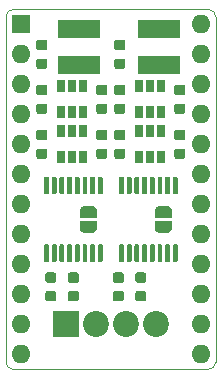
<source format=gbr>
%TF.GenerationSoftware,KiCad,Pcbnew,5.1.5+dfsg1-2~bpo10+1*%
%TF.CreationDate,Date%
%TF.ProjectId,ProMicro_ANA,50726f4d-6963-4726-9f5f-414e412e6b69,v1.0*%
%TF.SameCoordinates,Original*%
%TF.FileFunction,Soldermask,Bot*%
%TF.FilePolarity,Negative*%
%FSLAX45Y45*%
G04 Gerber Fmt 4.5, Leading zero omitted, Abs format (unit mm)*
G04 Created by KiCad*
%MOMM*%
%LPD*%
G04 APERTURE LIST*
%ADD10C,0.100000*%
%ADD11O,1.600000X1.600000*%
%ADD12R,1.600000X1.600000*%
%ADD13R,3.600000X1.500000*%
%ADD14C,0.150000*%
%ADD15R,0.650000X1.060000*%
%ADD16C,2.200000*%
%ADD17R,2.200000X2.200000*%
G04 APERTURE END LIST*
D10*
X-63500Y-127000D02*
G75*
G02X-127000Y-63500I0J63500D01*
G01*
X1651000Y-63500D02*
G75*
G02X1587500Y-127000I-63500J0D01*
G01*
X1587500Y2921000D02*
G75*
G02X1651000Y2857500I0J-63500D01*
G01*
X-127000Y2857500D02*
G75*
G02X-63500Y2921000I63500J0D01*
G01*
X-127000Y-63500D02*
X-127000Y2857500D01*
X1587500Y-127000D02*
X-63500Y-127000D01*
X1651000Y2857500D02*
X1651000Y-63500D01*
X-63500Y2921000D02*
X1587500Y2921000D01*
D11*
X1524000Y2794000D03*
X1524000Y2540000D03*
X1524000Y2286000D03*
X0Y0D03*
X1524000Y2032000D03*
X0Y254000D03*
X1524000Y1778000D03*
X0Y508000D03*
X1524000Y1524000D03*
X0Y762000D03*
X1524000Y1270000D03*
X0Y1016000D03*
X1524000Y1016000D03*
X0Y1270000D03*
X1524000Y762000D03*
X0Y1524000D03*
X1524000Y508000D03*
X0Y1778000D03*
X1524000Y254000D03*
X0Y2032000D03*
X1524000Y0D03*
X0Y2286000D03*
X0Y2540000D03*
D12*
X0Y2794000D03*
D13*
X1168400Y2451000D03*
X1168400Y2756000D03*
X495300Y2451000D03*
X495300Y2756000D03*
D14*
G36*
X1373969Y2281395D02*
G01*
X1376093Y2281080D01*
X1378175Y2280558D01*
X1380196Y2279835D01*
X1382137Y2278917D01*
X1383978Y2277813D01*
X1385702Y2276535D01*
X1387293Y2275093D01*
X1388735Y2273502D01*
X1390013Y2271778D01*
X1391117Y2269937D01*
X1392035Y2267996D01*
X1392758Y2265975D01*
X1393280Y2263893D01*
X1393595Y2261769D01*
X1393700Y2259625D01*
X1393700Y2215875D01*
X1393595Y2213731D01*
X1393280Y2211607D01*
X1392758Y2209525D01*
X1392035Y2207504D01*
X1391117Y2205563D01*
X1390013Y2203722D01*
X1388735Y2201998D01*
X1387293Y2200407D01*
X1385702Y2198965D01*
X1383978Y2197687D01*
X1382137Y2196583D01*
X1380196Y2195665D01*
X1378175Y2194942D01*
X1376093Y2194420D01*
X1373969Y2194105D01*
X1371825Y2194000D01*
X1320575Y2194000D01*
X1318431Y2194105D01*
X1316307Y2194420D01*
X1314225Y2194942D01*
X1312204Y2195665D01*
X1310263Y2196583D01*
X1308422Y2197687D01*
X1306698Y2198965D01*
X1305107Y2200407D01*
X1303665Y2201998D01*
X1302387Y2203722D01*
X1301283Y2205563D01*
X1300365Y2207504D01*
X1299642Y2209525D01*
X1299120Y2211607D01*
X1298805Y2213731D01*
X1298700Y2215875D01*
X1298700Y2259625D01*
X1298805Y2261769D01*
X1299120Y2263893D01*
X1299642Y2265975D01*
X1300365Y2267996D01*
X1301283Y2269937D01*
X1302387Y2271778D01*
X1303665Y2273502D01*
X1305107Y2275093D01*
X1306698Y2276535D01*
X1308422Y2277813D01*
X1310263Y2278917D01*
X1312204Y2279835D01*
X1314225Y2280558D01*
X1316307Y2281080D01*
X1318431Y2281395D01*
X1320575Y2281500D01*
X1371825Y2281500D01*
X1373969Y2281395D01*
G37*
G36*
X1373969Y2123895D02*
G01*
X1376093Y2123580D01*
X1378175Y2123058D01*
X1380196Y2122335D01*
X1382137Y2121417D01*
X1383978Y2120313D01*
X1385702Y2119035D01*
X1387293Y2117593D01*
X1388735Y2116002D01*
X1390013Y2114278D01*
X1391117Y2112437D01*
X1392035Y2110496D01*
X1392758Y2108475D01*
X1393280Y2106393D01*
X1393595Y2104269D01*
X1393700Y2102125D01*
X1393700Y2058375D01*
X1393595Y2056231D01*
X1393280Y2054107D01*
X1392758Y2052025D01*
X1392035Y2050004D01*
X1391117Y2048063D01*
X1390013Y2046222D01*
X1388735Y2044498D01*
X1387293Y2042907D01*
X1385702Y2041465D01*
X1383978Y2040187D01*
X1382137Y2039083D01*
X1380196Y2038165D01*
X1378175Y2037442D01*
X1376093Y2036920D01*
X1373969Y2036605D01*
X1371825Y2036500D01*
X1320575Y2036500D01*
X1318431Y2036605D01*
X1316307Y2036920D01*
X1314225Y2037442D01*
X1312204Y2038165D01*
X1310263Y2039083D01*
X1308422Y2040187D01*
X1306698Y2041465D01*
X1305107Y2042907D01*
X1303665Y2044498D01*
X1302387Y2046222D01*
X1301283Y2048063D01*
X1300365Y2050004D01*
X1299642Y2052025D01*
X1299120Y2054107D01*
X1298805Y2056231D01*
X1298700Y2058375D01*
X1298700Y2102125D01*
X1298805Y2104269D01*
X1299120Y2106393D01*
X1299642Y2108475D01*
X1300365Y2110496D01*
X1301283Y2112437D01*
X1302387Y2114278D01*
X1303665Y2116002D01*
X1305107Y2117593D01*
X1306698Y2119035D01*
X1308422Y2120313D01*
X1310263Y2121417D01*
X1312204Y2122335D01*
X1314225Y2123058D01*
X1316307Y2123580D01*
X1318431Y2123895D01*
X1320575Y2124000D01*
X1371825Y2124000D01*
X1373969Y2123895D01*
G37*
G36*
X713569Y2281395D02*
G01*
X715693Y2281080D01*
X717775Y2280558D01*
X719796Y2279835D01*
X721737Y2278917D01*
X723578Y2277813D01*
X725302Y2276535D01*
X726893Y2275093D01*
X728335Y2273502D01*
X729613Y2271778D01*
X730717Y2269937D01*
X731635Y2267996D01*
X732358Y2265975D01*
X732880Y2263893D01*
X733195Y2261769D01*
X733300Y2259625D01*
X733300Y2215875D01*
X733195Y2213731D01*
X732880Y2211607D01*
X732358Y2209525D01*
X731635Y2207504D01*
X730717Y2205563D01*
X729613Y2203722D01*
X728335Y2201998D01*
X726893Y2200407D01*
X725302Y2198965D01*
X723578Y2197687D01*
X721737Y2196583D01*
X719796Y2195665D01*
X717775Y2194942D01*
X715693Y2194420D01*
X713569Y2194105D01*
X711425Y2194000D01*
X660175Y2194000D01*
X658031Y2194105D01*
X655907Y2194420D01*
X653825Y2194942D01*
X651804Y2195665D01*
X649863Y2196583D01*
X648022Y2197687D01*
X646298Y2198965D01*
X644707Y2200407D01*
X643265Y2201998D01*
X641987Y2203722D01*
X640883Y2205563D01*
X639965Y2207504D01*
X639242Y2209525D01*
X638720Y2211607D01*
X638405Y2213731D01*
X638300Y2215875D01*
X638300Y2259625D01*
X638405Y2261769D01*
X638720Y2263893D01*
X639242Y2265975D01*
X639965Y2267996D01*
X640883Y2269937D01*
X641987Y2271778D01*
X643265Y2273502D01*
X644707Y2275093D01*
X646298Y2276535D01*
X648022Y2277813D01*
X649863Y2278917D01*
X651804Y2279835D01*
X653825Y2280558D01*
X655907Y2281080D01*
X658031Y2281395D01*
X660175Y2281500D01*
X711425Y2281500D01*
X713569Y2281395D01*
G37*
G36*
X713569Y2123895D02*
G01*
X715693Y2123580D01*
X717775Y2123058D01*
X719796Y2122335D01*
X721737Y2121417D01*
X723578Y2120313D01*
X725302Y2119035D01*
X726893Y2117593D01*
X728335Y2116002D01*
X729613Y2114278D01*
X730717Y2112437D01*
X731635Y2110496D01*
X732358Y2108475D01*
X732880Y2106393D01*
X733195Y2104269D01*
X733300Y2102125D01*
X733300Y2058375D01*
X733195Y2056231D01*
X732880Y2054107D01*
X732358Y2052025D01*
X731635Y2050004D01*
X730717Y2048063D01*
X729613Y2046222D01*
X728335Y2044498D01*
X726893Y2042907D01*
X725302Y2041465D01*
X723578Y2040187D01*
X721737Y2039083D01*
X719796Y2038165D01*
X717775Y2037442D01*
X715693Y2036920D01*
X713569Y2036605D01*
X711425Y2036500D01*
X660175Y2036500D01*
X658031Y2036605D01*
X655907Y2036920D01*
X653825Y2037442D01*
X651804Y2038165D01*
X649863Y2039083D01*
X648022Y2040187D01*
X646298Y2041465D01*
X644707Y2042907D01*
X643265Y2044498D01*
X641987Y2046222D01*
X640883Y2048063D01*
X639965Y2050004D01*
X639242Y2052025D01*
X638720Y2054107D01*
X638405Y2056231D01*
X638300Y2058375D01*
X638300Y2102125D01*
X638405Y2104269D01*
X638720Y2106393D01*
X639242Y2108475D01*
X639965Y2110496D01*
X640883Y2112437D01*
X641987Y2114278D01*
X643265Y2116002D01*
X644707Y2117593D01*
X646298Y2119035D01*
X648022Y2120313D01*
X649863Y2121417D01*
X651804Y2122335D01*
X653825Y2123058D01*
X655907Y2123580D01*
X658031Y2123895D01*
X660175Y2124000D01*
X711425Y2124000D01*
X713569Y2123895D01*
G37*
G36*
X865969Y2504895D02*
G01*
X868093Y2504580D01*
X870175Y2504058D01*
X872196Y2503335D01*
X874137Y2502417D01*
X875978Y2501313D01*
X877702Y2500035D01*
X879293Y2498593D01*
X880735Y2497002D01*
X882013Y2495278D01*
X883117Y2493437D01*
X884035Y2491496D01*
X884758Y2489475D01*
X885280Y2487393D01*
X885595Y2485269D01*
X885700Y2483125D01*
X885700Y2439375D01*
X885595Y2437231D01*
X885280Y2435107D01*
X884758Y2433025D01*
X884035Y2431004D01*
X883117Y2429063D01*
X882013Y2427222D01*
X880735Y2425498D01*
X879293Y2423907D01*
X877702Y2422465D01*
X875978Y2421187D01*
X874137Y2420083D01*
X872196Y2419165D01*
X870175Y2418442D01*
X868093Y2417920D01*
X865969Y2417605D01*
X863825Y2417500D01*
X812575Y2417500D01*
X810431Y2417605D01*
X808307Y2417920D01*
X806225Y2418442D01*
X804204Y2419165D01*
X802263Y2420083D01*
X800422Y2421187D01*
X798698Y2422465D01*
X797107Y2423907D01*
X795665Y2425498D01*
X794387Y2427222D01*
X793283Y2429063D01*
X792365Y2431004D01*
X791642Y2433025D01*
X791120Y2435107D01*
X790805Y2437231D01*
X790700Y2439375D01*
X790700Y2483125D01*
X790805Y2485269D01*
X791120Y2487393D01*
X791642Y2489475D01*
X792365Y2491496D01*
X793283Y2493437D01*
X794387Y2495278D01*
X795665Y2497002D01*
X797107Y2498593D01*
X798698Y2500035D01*
X800422Y2501313D01*
X802263Y2502417D01*
X804204Y2503335D01*
X806225Y2504058D01*
X808307Y2504580D01*
X810431Y2504895D01*
X812575Y2505000D01*
X863825Y2505000D01*
X865969Y2504895D01*
G37*
G36*
X865969Y2662395D02*
G01*
X868093Y2662080D01*
X870175Y2661558D01*
X872196Y2660835D01*
X874137Y2659917D01*
X875978Y2658813D01*
X877702Y2657535D01*
X879293Y2656093D01*
X880735Y2654502D01*
X882013Y2652778D01*
X883117Y2650937D01*
X884035Y2648996D01*
X884758Y2646975D01*
X885280Y2644893D01*
X885595Y2642769D01*
X885700Y2640625D01*
X885700Y2596875D01*
X885595Y2594731D01*
X885280Y2592607D01*
X884758Y2590525D01*
X884035Y2588504D01*
X883117Y2586563D01*
X882013Y2584722D01*
X880735Y2582998D01*
X879293Y2581407D01*
X877702Y2579965D01*
X875978Y2578687D01*
X874137Y2577583D01*
X872196Y2576665D01*
X870175Y2575942D01*
X868093Y2575420D01*
X865969Y2575105D01*
X863825Y2575000D01*
X812575Y2575000D01*
X810431Y2575105D01*
X808307Y2575420D01*
X806225Y2575942D01*
X804204Y2576665D01*
X802263Y2577583D01*
X800422Y2578687D01*
X798698Y2579965D01*
X797107Y2581407D01*
X795665Y2582998D01*
X794387Y2584722D01*
X793283Y2586563D01*
X792365Y2588504D01*
X791642Y2590525D01*
X791120Y2592607D01*
X790805Y2594731D01*
X790700Y2596875D01*
X790700Y2640625D01*
X790805Y2642769D01*
X791120Y2644893D01*
X791642Y2646975D01*
X792365Y2648996D01*
X793283Y2650937D01*
X794387Y2652778D01*
X795665Y2654502D01*
X797107Y2656093D01*
X798698Y2657535D01*
X800422Y2658813D01*
X802263Y2659917D01*
X804204Y2660835D01*
X806225Y2661558D01*
X808307Y2662080D01*
X810431Y2662395D01*
X812575Y2662500D01*
X863825Y2662500D01*
X865969Y2662395D01*
G37*
G36*
X205569Y2504895D02*
G01*
X207693Y2504580D01*
X209775Y2504058D01*
X211796Y2503335D01*
X213737Y2502417D01*
X215578Y2501313D01*
X217302Y2500035D01*
X218893Y2498593D01*
X220335Y2497002D01*
X221613Y2495278D01*
X222717Y2493437D01*
X223635Y2491496D01*
X224358Y2489475D01*
X224880Y2487393D01*
X225195Y2485269D01*
X225300Y2483125D01*
X225300Y2439375D01*
X225195Y2437231D01*
X224880Y2435107D01*
X224358Y2433025D01*
X223635Y2431004D01*
X222717Y2429063D01*
X221613Y2427222D01*
X220335Y2425498D01*
X218893Y2423907D01*
X217302Y2422465D01*
X215578Y2421187D01*
X213737Y2420083D01*
X211796Y2419165D01*
X209775Y2418442D01*
X207693Y2417920D01*
X205569Y2417605D01*
X203425Y2417500D01*
X152175Y2417500D01*
X150031Y2417605D01*
X147907Y2417920D01*
X145825Y2418442D01*
X143804Y2419165D01*
X141863Y2420083D01*
X140022Y2421187D01*
X138298Y2422465D01*
X136707Y2423907D01*
X135265Y2425498D01*
X133987Y2427222D01*
X132883Y2429063D01*
X131965Y2431004D01*
X131242Y2433025D01*
X130720Y2435107D01*
X130405Y2437231D01*
X130300Y2439375D01*
X130300Y2483125D01*
X130405Y2485269D01*
X130720Y2487393D01*
X131242Y2489475D01*
X131965Y2491496D01*
X132883Y2493437D01*
X133987Y2495278D01*
X135265Y2497002D01*
X136707Y2498593D01*
X138298Y2500035D01*
X140022Y2501313D01*
X141863Y2502417D01*
X143804Y2503335D01*
X145825Y2504058D01*
X147907Y2504580D01*
X150031Y2504895D01*
X152175Y2505000D01*
X203425Y2505000D01*
X205569Y2504895D01*
G37*
G36*
X205569Y2662395D02*
G01*
X207693Y2662080D01*
X209775Y2661558D01*
X211796Y2660835D01*
X213737Y2659917D01*
X215578Y2658813D01*
X217302Y2657535D01*
X218893Y2656093D01*
X220335Y2654502D01*
X221613Y2652778D01*
X222717Y2650937D01*
X223635Y2648996D01*
X224358Y2646975D01*
X224880Y2644893D01*
X225195Y2642769D01*
X225300Y2640625D01*
X225300Y2596875D01*
X225195Y2594731D01*
X224880Y2592607D01*
X224358Y2590525D01*
X223635Y2588504D01*
X222717Y2586563D01*
X221613Y2584722D01*
X220335Y2582998D01*
X218893Y2581407D01*
X217302Y2579965D01*
X215578Y2578687D01*
X213737Y2577583D01*
X211796Y2576665D01*
X209775Y2575942D01*
X207693Y2575420D01*
X205569Y2575105D01*
X203425Y2575000D01*
X152175Y2575000D01*
X150031Y2575105D01*
X147907Y2575420D01*
X145825Y2575942D01*
X143804Y2576665D01*
X141863Y2577583D01*
X140022Y2578687D01*
X138298Y2579965D01*
X136707Y2581407D01*
X135265Y2582998D01*
X133987Y2584722D01*
X132883Y2586563D01*
X131965Y2588504D01*
X131242Y2590525D01*
X130720Y2592607D01*
X130405Y2594731D01*
X130300Y2596875D01*
X130300Y2640625D01*
X130405Y2642769D01*
X130720Y2644893D01*
X131242Y2646975D01*
X131965Y2648996D01*
X132883Y2650937D01*
X133987Y2652778D01*
X135265Y2654502D01*
X136707Y2656093D01*
X138298Y2657535D01*
X140022Y2658813D01*
X141863Y2659917D01*
X143804Y2660835D01*
X145825Y2661558D01*
X147907Y2662080D01*
X150031Y2662395D01*
X152175Y2662500D01*
X203425Y2662500D01*
X205569Y2662395D01*
G37*
G36*
X1131560Y1208000D02*
G01*
X1131560Y1210453D01*
X1132041Y1215337D01*
X1132998Y1220149D01*
X1134423Y1224845D01*
X1136301Y1229378D01*
X1138614Y1233705D01*
X1141340Y1237785D01*
X1144452Y1241578D01*
X1147922Y1245048D01*
X1151715Y1248160D01*
X1155795Y1250886D01*
X1160122Y1253200D01*
X1164656Y1255077D01*
X1169351Y1256502D01*
X1174164Y1257459D01*
X1179047Y1257940D01*
X1181500Y1257940D01*
X1181500Y1258000D01*
X1231500Y1258000D01*
X1231500Y1257940D01*
X1233953Y1257940D01*
X1238837Y1257459D01*
X1243649Y1256502D01*
X1248345Y1255077D01*
X1252878Y1253200D01*
X1257205Y1250886D01*
X1261285Y1248160D01*
X1265078Y1245048D01*
X1268548Y1241578D01*
X1271660Y1237785D01*
X1274386Y1233705D01*
X1276700Y1229378D01*
X1278577Y1224845D01*
X1280002Y1220149D01*
X1280959Y1215337D01*
X1281440Y1210453D01*
X1281440Y1208000D01*
X1281500Y1208000D01*
X1281500Y1158000D01*
X1131500Y1158000D01*
X1131500Y1208000D01*
X1131560Y1208000D01*
G37*
G36*
X1281500Y1128000D02*
G01*
X1281500Y1078000D01*
X1281440Y1078000D01*
X1281440Y1075547D01*
X1280959Y1070664D01*
X1280002Y1065851D01*
X1278577Y1061156D01*
X1276700Y1056622D01*
X1274386Y1052295D01*
X1271660Y1048215D01*
X1268548Y1044422D01*
X1265078Y1040952D01*
X1261285Y1037840D01*
X1257205Y1035114D01*
X1252878Y1032800D01*
X1248345Y1030923D01*
X1243649Y1029498D01*
X1238837Y1028541D01*
X1233953Y1028060D01*
X1231500Y1028060D01*
X1231500Y1028000D01*
X1181500Y1028000D01*
X1181500Y1028060D01*
X1179047Y1028060D01*
X1174164Y1028541D01*
X1169351Y1029498D01*
X1164656Y1030923D01*
X1160122Y1032800D01*
X1155795Y1035114D01*
X1151715Y1037840D01*
X1147922Y1040952D01*
X1144452Y1044422D01*
X1141340Y1048215D01*
X1138614Y1052295D01*
X1136301Y1056622D01*
X1134423Y1061156D01*
X1132998Y1065851D01*
X1132041Y1070664D01*
X1131560Y1075547D01*
X1131560Y1078000D01*
X1131500Y1078000D01*
X1131500Y1128000D01*
X1281500Y1128000D01*
G37*
G36*
X496560Y1208000D02*
G01*
X496560Y1210453D01*
X497041Y1215337D01*
X497998Y1220149D01*
X499423Y1224845D01*
X501300Y1229378D01*
X503614Y1233705D01*
X506340Y1237785D01*
X509452Y1241578D01*
X512922Y1245048D01*
X516715Y1248160D01*
X520795Y1250886D01*
X525122Y1253200D01*
X529656Y1255077D01*
X534351Y1256502D01*
X539164Y1257459D01*
X544047Y1257940D01*
X546500Y1257940D01*
X546500Y1258000D01*
X596500Y1258000D01*
X596500Y1257940D01*
X598953Y1257940D01*
X603837Y1257459D01*
X608649Y1256502D01*
X613345Y1255077D01*
X617878Y1253200D01*
X622205Y1250886D01*
X626285Y1248160D01*
X630078Y1245048D01*
X633548Y1241578D01*
X636660Y1237785D01*
X639386Y1233705D01*
X641700Y1229378D01*
X643577Y1224845D01*
X645002Y1220149D01*
X645959Y1215337D01*
X646440Y1210453D01*
X646440Y1208000D01*
X646500Y1208000D01*
X646500Y1158000D01*
X496500Y1158000D01*
X496500Y1208000D01*
X496560Y1208000D01*
G37*
G36*
X646500Y1128000D02*
G01*
X646500Y1078000D01*
X646440Y1078000D01*
X646440Y1075547D01*
X645959Y1070664D01*
X645002Y1065851D01*
X643577Y1061156D01*
X641700Y1056622D01*
X639386Y1052295D01*
X636660Y1048215D01*
X633548Y1044422D01*
X630078Y1040952D01*
X626285Y1037840D01*
X622205Y1035114D01*
X617878Y1032800D01*
X613345Y1030923D01*
X608649Y1029498D01*
X603837Y1028541D01*
X598953Y1028060D01*
X596500Y1028060D01*
X596500Y1028000D01*
X546500Y1028000D01*
X546500Y1028060D01*
X544047Y1028060D01*
X539164Y1028541D01*
X534351Y1029498D01*
X529656Y1030923D01*
X525122Y1032800D01*
X520795Y1035114D01*
X516715Y1037840D01*
X512922Y1040952D01*
X509452Y1044422D01*
X506340Y1048215D01*
X503614Y1052295D01*
X501300Y1056622D01*
X499423Y1061156D01*
X497998Y1065851D01*
X497041Y1070664D01*
X496560Y1075547D01*
X496560Y1078000D01*
X496500Y1078000D01*
X496500Y1128000D01*
X646500Y1128000D01*
G37*
D15*
X1092200Y1668000D03*
X997200Y1668000D03*
X1187200Y1668000D03*
X1187200Y1888000D03*
X1092200Y1888000D03*
X997200Y1888000D03*
X431800Y1668000D03*
X336800Y1668000D03*
X526800Y1668000D03*
X526800Y1888000D03*
X431800Y1888000D03*
X336800Y1888000D03*
X1092200Y2049000D03*
X997200Y2049000D03*
X1187200Y2049000D03*
X1187200Y2269000D03*
X1092200Y2269000D03*
X997200Y2269000D03*
X431800Y2049000D03*
X336800Y2049000D03*
X526800Y2049000D03*
X526800Y2269000D03*
X431800Y2269000D03*
X336800Y2269000D03*
D14*
G36*
X865969Y1900395D02*
G01*
X868093Y1900080D01*
X870175Y1899558D01*
X872196Y1898835D01*
X874137Y1897917D01*
X875978Y1896813D01*
X877702Y1895535D01*
X879293Y1894093D01*
X880735Y1892502D01*
X882013Y1890778D01*
X883117Y1888937D01*
X884035Y1886996D01*
X884758Y1884975D01*
X885280Y1882893D01*
X885595Y1880769D01*
X885700Y1878625D01*
X885700Y1834875D01*
X885595Y1832731D01*
X885280Y1830607D01*
X884758Y1828525D01*
X884035Y1826504D01*
X883117Y1824563D01*
X882013Y1822722D01*
X880735Y1820998D01*
X879293Y1819407D01*
X877702Y1817965D01*
X875978Y1816687D01*
X874137Y1815583D01*
X872196Y1814665D01*
X870175Y1813942D01*
X868093Y1813420D01*
X865969Y1813105D01*
X863825Y1813000D01*
X812575Y1813000D01*
X810431Y1813105D01*
X808307Y1813420D01*
X806225Y1813942D01*
X804204Y1814665D01*
X802263Y1815583D01*
X800422Y1816687D01*
X798698Y1817965D01*
X797107Y1819407D01*
X795665Y1820998D01*
X794387Y1822722D01*
X793283Y1824563D01*
X792365Y1826504D01*
X791642Y1828525D01*
X791120Y1830607D01*
X790805Y1832731D01*
X790700Y1834875D01*
X790700Y1878625D01*
X790805Y1880769D01*
X791120Y1882893D01*
X791642Y1884975D01*
X792365Y1886996D01*
X793283Y1888937D01*
X794387Y1890778D01*
X795665Y1892502D01*
X797107Y1894093D01*
X798698Y1895535D01*
X800422Y1896813D01*
X802263Y1897917D01*
X804204Y1898835D01*
X806225Y1899558D01*
X808307Y1900080D01*
X810431Y1900395D01*
X812575Y1900500D01*
X863825Y1900500D01*
X865969Y1900395D01*
G37*
G36*
X865969Y1742895D02*
G01*
X868093Y1742580D01*
X870175Y1742058D01*
X872196Y1741335D01*
X874137Y1740417D01*
X875978Y1739313D01*
X877702Y1738035D01*
X879293Y1736593D01*
X880735Y1735002D01*
X882013Y1733278D01*
X883117Y1731437D01*
X884035Y1729496D01*
X884758Y1727475D01*
X885280Y1725393D01*
X885595Y1723269D01*
X885700Y1721125D01*
X885700Y1677375D01*
X885595Y1675231D01*
X885280Y1673107D01*
X884758Y1671025D01*
X884035Y1669004D01*
X883117Y1667063D01*
X882013Y1665222D01*
X880735Y1663498D01*
X879293Y1661907D01*
X877702Y1660465D01*
X875978Y1659187D01*
X874137Y1658083D01*
X872196Y1657165D01*
X870175Y1656442D01*
X868093Y1655920D01*
X865969Y1655605D01*
X863825Y1655500D01*
X812575Y1655500D01*
X810431Y1655605D01*
X808307Y1655920D01*
X806225Y1656442D01*
X804204Y1657165D01*
X802263Y1658083D01*
X800422Y1659187D01*
X798698Y1660465D01*
X797107Y1661907D01*
X795665Y1663498D01*
X794387Y1665222D01*
X793283Y1667063D01*
X792365Y1669004D01*
X791642Y1671025D01*
X791120Y1673107D01*
X790805Y1675231D01*
X790700Y1677375D01*
X790700Y1721125D01*
X790805Y1723269D01*
X791120Y1725393D01*
X791642Y1727475D01*
X792365Y1729496D01*
X793283Y1731437D01*
X794387Y1733278D01*
X795665Y1735002D01*
X797107Y1736593D01*
X798698Y1738035D01*
X800422Y1739313D01*
X802263Y1740417D01*
X804204Y1741335D01*
X806225Y1742058D01*
X808307Y1742580D01*
X810431Y1742895D01*
X812575Y1743000D01*
X863825Y1743000D01*
X865969Y1742895D01*
G37*
G36*
X865969Y2281395D02*
G01*
X868093Y2281080D01*
X870175Y2280558D01*
X872196Y2279835D01*
X874137Y2278917D01*
X875978Y2277813D01*
X877702Y2276535D01*
X879293Y2275093D01*
X880735Y2273502D01*
X882013Y2271778D01*
X883117Y2269937D01*
X884035Y2267996D01*
X884758Y2265975D01*
X885280Y2263893D01*
X885595Y2261769D01*
X885700Y2259625D01*
X885700Y2215875D01*
X885595Y2213731D01*
X885280Y2211607D01*
X884758Y2209525D01*
X884035Y2207504D01*
X883117Y2205563D01*
X882013Y2203722D01*
X880735Y2201998D01*
X879293Y2200407D01*
X877702Y2198965D01*
X875978Y2197687D01*
X874137Y2196583D01*
X872196Y2195665D01*
X870175Y2194942D01*
X868093Y2194420D01*
X865969Y2194105D01*
X863825Y2194000D01*
X812575Y2194000D01*
X810431Y2194105D01*
X808307Y2194420D01*
X806225Y2194942D01*
X804204Y2195665D01*
X802263Y2196583D01*
X800422Y2197687D01*
X798698Y2198965D01*
X797107Y2200407D01*
X795665Y2201998D01*
X794387Y2203722D01*
X793283Y2205563D01*
X792365Y2207504D01*
X791642Y2209525D01*
X791120Y2211607D01*
X790805Y2213731D01*
X790700Y2215875D01*
X790700Y2259625D01*
X790805Y2261769D01*
X791120Y2263893D01*
X791642Y2265975D01*
X792365Y2267996D01*
X793283Y2269937D01*
X794387Y2271778D01*
X795665Y2273502D01*
X797107Y2275093D01*
X798698Y2276535D01*
X800422Y2277813D01*
X802263Y2278917D01*
X804204Y2279835D01*
X806225Y2280558D01*
X808307Y2281080D01*
X810431Y2281395D01*
X812575Y2281500D01*
X863825Y2281500D01*
X865969Y2281395D01*
G37*
G36*
X865969Y2123895D02*
G01*
X868093Y2123580D01*
X870175Y2123058D01*
X872196Y2122335D01*
X874137Y2121417D01*
X875978Y2120313D01*
X877702Y2119035D01*
X879293Y2117593D01*
X880735Y2116002D01*
X882013Y2114278D01*
X883117Y2112437D01*
X884035Y2110496D01*
X884758Y2108475D01*
X885280Y2106393D01*
X885595Y2104269D01*
X885700Y2102125D01*
X885700Y2058375D01*
X885595Y2056231D01*
X885280Y2054107D01*
X884758Y2052025D01*
X884035Y2050004D01*
X883117Y2048063D01*
X882013Y2046222D01*
X880735Y2044498D01*
X879293Y2042907D01*
X877702Y2041465D01*
X875978Y2040187D01*
X874137Y2039083D01*
X872196Y2038165D01*
X870175Y2037442D01*
X868093Y2036920D01*
X865969Y2036605D01*
X863825Y2036500D01*
X812575Y2036500D01*
X810431Y2036605D01*
X808307Y2036920D01*
X806225Y2037442D01*
X804204Y2038165D01*
X802263Y2039083D01*
X800422Y2040187D01*
X798698Y2041465D01*
X797107Y2042907D01*
X795665Y2044498D01*
X794387Y2046222D01*
X793283Y2048063D01*
X792365Y2050004D01*
X791642Y2052025D01*
X791120Y2054107D01*
X790805Y2056231D01*
X790700Y2058375D01*
X790700Y2102125D01*
X790805Y2104269D01*
X791120Y2106393D01*
X791642Y2108475D01*
X792365Y2110496D01*
X793283Y2112437D01*
X794387Y2114278D01*
X795665Y2116002D01*
X797107Y2117593D01*
X798698Y2119035D01*
X800422Y2120313D01*
X802263Y2121417D01*
X804204Y2122335D01*
X806225Y2123058D01*
X808307Y2123580D01*
X810431Y2123895D01*
X812575Y2124000D01*
X863825Y2124000D01*
X865969Y2123895D01*
G37*
G36*
X205569Y1900395D02*
G01*
X207693Y1900080D01*
X209775Y1899558D01*
X211796Y1898835D01*
X213737Y1897917D01*
X215578Y1896813D01*
X217302Y1895535D01*
X218893Y1894093D01*
X220335Y1892502D01*
X221613Y1890778D01*
X222717Y1888937D01*
X223635Y1886996D01*
X224358Y1884975D01*
X224880Y1882893D01*
X225195Y1880769D01*
X225300Y1878625D01*
X225300Y1834875D01*
X225195Y1832731D01*
X224880Y1830607D01*
X224358Y1828525D01*
X223635Y1826504D01*
X222717Y1824563D01*
X221613Y1822722D01*
X220335Y1820998D01*
X218893Y1819407D01*
X217302Y1817965D01*
X215578Y1816687D01*
X213737Y1815583D01*
X211796Y1814665D01*
X209775Y1813942D01*
X207693Y1813420D01*
X205569Y1813105D01*
X203425Y1813000D01*
X152175Y1813000D01*
X150031Y1813105D01*
X147907Y1813420D01*
X145825Y1813942D01*
X143804Y1814665D01*
X141863Y1815583D01*
X140022Y1816687D01*
X138298Y1817965D01*
X136707Y1819407D01*
X135265Y1820998D01*
X133987Y1822722D01*
X132883Y1824563D01*
X131965Y1826504D01*
X131242Y1828525D01*
X130720Y1830607D01*
X130405Y1832731D01*
X130300Y1834875D01*
X130300Y1878625D01*
X130405Y1880769D01*
X130720Y1882893D01*
X131242Y1884975D01*
X131965Y1886996D01*
X132883Y1888937D01*
X133987Y1890778D01*
X135265Y1892502D01*
X136707Y1894093D01*
X138298Y1895535D01*
X140022Y1896813D01*
X141863Y1897917D01*
X143804Y1898835D01*
X145825Y1899558D01*
X147907Y1900080D01*
X150031Y1900395D01*
X152175Y1900500D01*
X203425Y1900500D01*
X205569Y1900395D01*
G37*
G36*
X205569Y1742895D02*
G01*
X207693Y1742580D01*
X209775Y1742058D01*
X211796Y1741335D01*
X213737Y1740417D01*
X215578Y1739313D01*
X217302Y1738035D01*
X218893Y1736593D01*
X220335Y1735002D01*
X221613Y1733278D01*
X222717Y1731437D01*
X223635Y1729496D01*
X224358Y1727475D01*
X224880Y1725393D01*
X225195Y1723269D01*
X225300Y1721125D01*
X225300Y1677375D01*
X225195Y1675231D01*
X224880Y1673107D01*
X224358Y1671025D01*
X223635Y1669004D01*
X222717Y1667063D01*
X221613Y1665222D01*
X220335Y1663498D01*
X218893Y1661907D01*
X217302Y1660465D01*
X215578Y1659187D01*
X213737Y1658083D01*
X211796Y1657165D01*
X209775Y1656442D01*
X207693Y1655920D01*
X205569Y1655605D01*
X203425Y1655500D01*
X152175Y1655500D01*
X150031Y1655605D01*
X147907Y1655920D01*
X145825Y1656442D01*
X143804Y1657165D01*
X141863Y1658083D01*
X140022Y1659187D01*
X138298Y1660465D01*
X136707Y1661907D01*
X135265Y1663498D01*
X133987Y1665222D01*
X132883Y1667063D01*
X131965Y1669004D01*
X131242Y1671025D01*
X130720Y1673107D01*
X130405Y1675231D01*
X130300Y1677375D01*
X130300Y1721125D01*
X130405Y1723269D01*
X130720Y1725393D01*
X131242Y1727475D01*
X131965Y1729496D01*
X132883Y1731437D01*
X133987Y1733278D01*
X135265Y1735002D01*
X136707Y1736593D01*
X138298Y1738035D01*
X140022Y1739313D01*
X141863Y1740417D01*
X143804Y1741335D01*
X145825Y1742058D01*
X147907Y1742580D01*
X150031Y1742895D01*
X152175Y1743000D01*
X203425Y1743000D01*
X205569Y1742895D01*
G37*
G36*
X205569Y2281395D02*
G01*
X207693Y2281080D01*
X209775Y2280558D01*
X211796Y2279835D01*
X213737Y2278917D01*
X215578Y2277813D01*
X217302Y2276535D01*
X218893Y2275093D01*
X220335Y2273502D01*
X221613Y2271778D01*
X222717Y2269937D01*
X223635Y2267996D01*
X224358Y2265975D01*
X224880Y2263893D01*
X225195Y2261769D01*
X225300Y2259625D01*
X225300Y2215875D01*
X225195Y2213731D01*
X224880Y2211607D01*
X224358Y2209525D01*
X223635Y2207504D01*
X222717Y2205563D01*
X221613Y2203722D01*
X220335Y2201998D01*
X218893Y2200407D01*
X217302Y2198965D01*
X215578Y2197687D01*
X213737Y2196583D01*
X211796Y2195665D01*
X209775Y2194942D01*
X207693Y2194420D01*
X205569Y2194105D01*
X203425Y2194000D01*
X152175Y2194000D01*
X150031Y2194105D01*
X147907Y2194420D01*
X145825Y2194942D01*
X143804Y2195665D01*
X141863Y2196583D01*
X140022Y2197687D01*
X138298Y2198965D01*
X136707Y2200407D01*
X135265Y2201998D01*
X133987Y2203722D01*
X132883Y2205563D01*
X131965Y2207504D01*
X131242Y2209525D01*
X130720Y2211607D01*
X130405Y2213731D01*
X130300Y2215875D01*
X130300Y2259625D01*
X130405Y2261769D01*
X130720Y2263893D01*
X131242Y2265975D01*
X131965Y2267996D01*
X132883Y2269937D01*
X133987Y2271778D01*
X135265Y2273502D01*
X136707Y2275093D01*
X138298Y2276535D01*
X140022Y2277813D01*
X141863Y2278917D01*
X143804Y2279835D01*
X145825Y2280558D01*
X147907Y2281080D01*
X150031Y2281395D01*
X152175Y2281500D01*
X203425Y2281500D01*
X205569Y2281395D01*
G37*
G36*
X205569Y2123895D02*
G01*
X207693Y2123580D01*
X209775Y2123058D01*
X211796Y2122335D01*
X213737Y2121417D01*
X215578Y2120313D01*
X217302Y2119035D01*
X218893Y2117593D01*
X220335Y2116002D01*
X221613Y2114278D01*
X222717Y2112437D01*
X223635Y2110496D01*
X224358Y2108475D01*
X224880Y2106393D01*
X225195Y2104269D01*
X225300Y2102125D01*
X225300Y2058375D01*
X225195Y2056231D01*
X224880Y2054107D01*
X224358Y2052025D01*
X223635Y2050004D01*
X222717Y2048063D01*
X221613Y2046222D01*
X220335Y2044498D01*
X218893Y2042907D01*
X217302Y2041465D01*
X215578Y2040187D01*
X213737Y2039083D01*
X211796Y2038165D01*
X209775Y2037442D01*
X207693Y2036920D01*
X205569Y2036605D01*
X203425Y2036500D01*
X152175Y2036500D01*
X150031Y2036605D01*
X147907Y2036920D01*
X145825Y2037442D01*
X143804Y2038165D01*
X141863Y2039083D01*
X140022Y2040187D01*
X138298Y2041465D01*
X136707Y2042907D01*
X135265Y2044498D01*
X133987Y2046222D01*
X132883Y2048063D01*
X131965Y2050004D01*
X131242Y2052025D01*
X130720Y2054107D01*
X130405Y2056231D01*
X130300Y2058375D01*
X130300Y2102125D01*
X130405Y2104269D01*
X130720Y2106393D01*
X131242Y2108475D01*
X131965Y2110496D01*
X132883Y2112437D01*
X133987Y2114278D01*
X135265Y2116002D01*
X136707Y2117593D01*
X138298Y2119035D01*
X140022Y2120313D01*
X141863Y2121417D01*
X143804Y2122335D01*
X145825Y2123058D01*
X147907Y2123580D01*
X150031Y2123895D01*
X152175Y2124000D01*
X203425Y2124000D01*
X205569Y2123895D01*
G37*
G36*
X1043769Y536395D02*
G01*
X1045893Y536080D01*
X1047975Y535558D01*
X1049996Y534835D01*
X1051937Y533917D01*
X1053778Y532813D01*
X1055502Y531535D01*
X1057093Y530093D01*
X1058535Y528502D01*
X1059813Y526778D01*
X1060917Y524937D01*
X1061835Y522996D01*
X1062558Y520975D01*
X1063080Y518893D01*
X1063395Y516769D01*
X1063500Y514625D01*
X1063500Y470875D01*
X1063395Y468731D01*
X1063080Y466607D01*
X1062558Y464525D01*
X1061835Y462504D01*
X1060917Y460563D01*
X1059813Y458722D01*
X1058535Y456998D01*
X1057093Y455407D01*
X1055502Y453965D01*
X1053778Y452687D01*
X1051937Y451583D01*
X1049996Y450665D01*
X1047975Y449942D01*
X1045893Y449420D01*
X1043769Y449105D01*
X1041625Y449000D01*
X990375Y449000D01*
X988231Y449105D01*
X986107Y449420D01*
X984025Y449942D01*
X982004Y450665D01*
X980063Y451583D01*
X978222Y452687D01*
X976498Y453965D01*
X974907Y455407D01*
X973465Y456998D01*
X972187Y458722D01*
X971083Y460563D01*
X970165Y462504D01*
X969442Y464525D01*
X968920Y466607D01*
X968605Y468731D01*
X968500Y470875D01*
X968500Y514625D01*
X968605Y516769D01*
X968920Y518893D01*
X969442Y520975D01*
X970165Y522996D01*
X971083Y524937D01*
X972187Y526778D01*
X973465Y528502D01*
X974907Y530093D01*
X976498Y531535D01*
X978222Y532813D01*
X980063Y533917D01*
X982004Y534835D01*
X984025Y535558D01*
X986107Y536080D01*
X988231Y536395D01*
X990375Y536500D01*
X1041625Y536500D01*
X1043769Y536395D01*
G37*
G36*
X1043769Y693895D02*
G01*
X1045893Y693580D01*
X1047975Y693058D01*
X1049996Y692335D01*
X1051937Y691417D01*
X1053778Y690313D01*
X1055502Y689035D01*
X1057093Y687593D01*
X1058535Y686002D01*
X1059813Y684278D01*
X1060917Y682437D01*
X1061835Y680496D01*
X1062558Y678475D01*
X1063080Y676393D01*
X1063395Y674269D01*
X1063500Y672125D01*
X1063500Y628375D01*
X1063395Y626231D01*
X1063080Y624107D01*
X1062558Y622025D01*
X1061835Y620004D01*
X1060917Y618063D01*
X1059813Y616222D01*
X1058535Y614498D01*
X1057093Y612907D01*
X1055502Y611465D01*
X1053778Y610187D01*
X1051937Y609083D01*
X1049996Y608165D01*
X1047975Y607442D01*
X1045893Y606920D01*
X1043769Y606605D01*
X1041625Y606500D01*
X990375Y606500D01*
X988231Y606605D01*
X986107Y606920D01*
X984025Y607442D01*
X982004Y608165D01*
X980063Y609083D01*
X978222Y610187D01*
X976498Y611465D01*
X974907Y612907D01*
X973465Y614498D01*
X972187Y616222D01*
X971083Y618063D01*
X970165Y620004D01*
X969442Y622025D01*
X968920Y624107D01*
X968605Y626231D01*
X968500Y628375D01*
X968500Y672125D01*
X968605Y674269D01*
X968920Y676393D01*
X969442Y678475D01*
X970165Y680496D01*
X971083Y682437D01*
X972187Y684278D01*
X973465Y686002D01*
X974907Y687593D01*
X976498Y689035D01*
X978222Y690313D01*
X980063Y691417D01*
X982004Y692335D01*
X984025Y693058D01*
X986107Y693580D01*
X988231Y693895D01*
X990375Y694000D01*
X1041625Y694000D01*
X1043769Y693895D01*
G37*
G36*
X472269Y536395D02*
G01*
X474393Y536080D01*
X476475Y535558D01*
X478496Y534835D01*
X480437Y533917D01*
X482278Y532813D01*
X484002Y531535D01*
X485593Y530093D01*
X487035Y528502D01*
X488313Y526778D01*
X489417Y524937D01*
X490335Y522996D01*
X491058Y520975D01*
X491580Y518893D01*
X491895Y516769D01*
X492000Y514625D01*
X492000Y470875D01*
X491895Y468731D01*
X491580Y466607D01*
X491058Y464525D01*
X490335Y462504D01*
X489417Y460563D01*
X488313Y458722D01*
X487035Y456998D01*
X485593Y455407D01*
X484002Y453965D01*
X482278Y452687D01*
X480437Y451583D01*
X478496Y450665D01*
X476475Y449942D01*
X474393Y449420D01*
X472269Y449105D01*
X470125Y449000D01*
X418875Y449000D01*
X416731Y449105D01*
X414607Y449420D01*
X412525Y449942D01*
X410504Y450665D01*
X408563Y451583D01*
X406722Y452687D01*
X404998Y453965D01*
X403407Y455407D01*
X401965Y456998D01*
X400687Y458722D01*
X399583Y460563D01*
X398665Y462504D01*
X397942Y464525D01*
X397420Y466607D01*
X397105Y468731D01*
X397000Y470875D01*
X397000Y514625D01*
X397105Y516769D01*
X397420Y518893D01*
X397942Y520975D01*
X398665Y522996D01*
X399583Y524937D01*
X400687Y526778D01*
X401965Y528502D01*
X403407Y530093D01*
X404998Y531535D01*
X406722Y532813D01*
X408563Y533917D01*
X410504Y534835D01*
X412525Y535558D01*
X414607Y536080D01*
X416731Y536395D01*
X418875Y536500D01*
X470125Y536500D01*
X472269Y536395D01*
G37*
G36*
X472269Y693895D02*
G01*
X474393Y693580D01*
X476475Y693058D01*
X478496Y692335D01*
X480437Y691417D01*
X482278Y690313D01*
X484002Y689035D01*
X485593Y687593D01*
X487035Y686002D01*
X488313Y684278D01*
X489417Y682437D01*
X490335Y680496D01*
X491058Y678475D01*
X491580Y676393D01*
X491895Y674269D01*
X492000Y672125D01*
X492000Y628375D01*
X491895Y626231D01*
X491580Y624107D01*
X491058Y622025D01*
X490335Y620004D01*
X489417Y618063D01*
X488313Y616222D01*
X487035Y614498D01*
X485593Y612907D01*
X484002Y611465D01*
X482278Y610187D01*
X480437Y609083D01*
X478496Y608165D01*
X476475Y607442D01*
X474393Y606920D01*
X472269Y606605D01*
X470125Y606500D01*
X418875Y606500D01*
X416731Y606605D01*
X414607Y606920D01*
X412525Y607442D01*
X410504Y608165D01*
X408563Y609083D01*
X406722Y610187D01*
X404998Y611465D01*
X403407Y612907D01*
X401965Y614498D01*
X400687Y616222D01*
X399583Y618063D01*
X398665Y620004D01*
X397942Y622025D01*
X397420Y624107D01*
X397105Y626231D01*
X397000Y628375D01*
X397000Y672125D01*
X397105Y674269D01*
X397420Y676393D01*
X397942Y678475D01*
X398665Y680496D01*
X399583Y682437D01*
X400687Y684278D01*
X401965Y686002D01*
X403407Y687593D01*
X404998Y689035D01*
X406722Y690313D01*
X408563Y691417D01*
X410504Y692335D01*
X412525Y693058D01*
X414607Y693580D01*
X416731Y693895D01*
X418875Y694000D01*
X470125Y694000D01*
X472269Y693895D01*
G37*
G36*
X853269Y693895D02*
G01*
X855393Y693580D01*
X857475Y693058D01*
X859496Y692335D01*
X861437Y691417D01*
X863278Y690313D01*
X865002Y689035D01*
X866593Y687593D01*
X868035Y686002D01*
X869313Y684278D01*
X870417Y682437D01*
X871335Y680496D01*
X872058Y678475D01*
X872580Y676393D01*
X872895Y674269D01*
X873000Y672125D01*
X873000Y628375D01*
X872895Y626231D01*
X872580Y624107D01*
X872058Y622025D01*
X871335Y620004D01*
X870417Y618063D01*
X869313Y616222D01*
X868035Y614498D01*
X866593Y612907D01*
X865002Y611465D01*
X863278Y610187D01*
X861437Y609083D01*
X859496Y608165D01*
X857475Y607442D01*
X855393Y606920D01*
X853269Y606605D01*
X851125Y606500D01*
X799875Y606500D01*
X797731Y606605D01*
X795607Y606920D01*
X793525Y607442D01*
X791504Y608165D01*
X789563Y609083D01*
X787722Y610187D01*
X785998Y611465D01*
X784407Y612907D01*
X782965Y614498D01*
X781687Y616222D01*
X780583Y618063D01*
X779665Y620004D01*
X778942Y622025D01*
X778420Y624107D01*
X778105Y626231D01*
X778000Y628375D01*
X778000Y672125D01*
X778105Y674269D01*
X778420Y676393D01*
X778942Y678475D01*
X779665Y680496D01*
X780583Y682437D01*
X781687Y684278D01*
X782965Y686002D01*
X784407Y687593D01*
X785998Y689035D01*
X787722Y690313D01*
X789563Y691417D01*
X791504Y692335D01*
X793525Y693058D01*
X795607Y693580D01*
X797731Y693895D01*
X799875Y694000D01*
X851125Y694000D01*
X853269Y693895D01*
G37*
G36*
X853269Y536395D02*
G01*
X855393Y536080D01*
X857475Y535558D01*
X859496Y534835D01*
X861437Y533917D01*
X863278Y532813D01*
X865002Y531535D01*
X866593Y530093D01*
X868035Y528502D01*
X869313Y526778D01*
X870417Y524937D01*
X871335Y522996D01*
X872058Y520975D01*
X872580Y518893D01*
X872895Y516769D01*
X873000Y514625D01*
X873000Y470875D01*
X872895Y468731D01*
X872580Y466607D01*
X872058Y464525D01*
X871335Y462504D01*
X870417Y460563D01*
X869313Y458722D01*
X868035Y456998D01*
X866593Y455407D01*
X865002Y453965D01*
X863278Y452687D01*
X861437Y451583D01*
X859496Y450665D01*
X857475Y449942D01*
X855393Y449420D01*
X853269Y449105D01*
X851125Y449000D01*
X799875Y449000D01*
X797731Y449105D01*
X795607Y449420D01*
X793525Y449942D01*
X791504Y450665D01*
X789563Y451583D01*
X787722Y452687D01*
X785998Y453965D01*
X784407Y455407D01*
X782965Y456998D01*
X781687Y458722D01*
X780583Y460563D01*
X779665Y462504D01*
X778942Y464525D01*
X778420Y466607D01*
X778105Y468731D01*
X778000Y470875D01*
X778000Y514625D01*
X778105Y516769D01*
X778420Y518893D01*
X778942Y520975D01*
X779665Y522996D01*
X780583Y524937D01*
X781687Y526778D01*
X782965Y528502D01*
X784407Y530093D01*
X785998Y531535D01*
X787722Y532813D01*
X789563Y533917D01*
X791504Y534835D01*
X793525Y535558D01*
X795607Y536080D01*
X797731Y536395D01*
X799875Y536500D01*
X851125Y536500D01*
X853269Y536395D01*
G37*
G36*
X281769Y693895D02*
G01*
X283893Y693580D01*
X285975Y693058D01*
X287996Y692335D01*
X289937Y691417D01*
X291778Y690313D01*
X293502Y689035D01*
X295093Y687593D01*
X296535Y686002D01*
X297813Y684278D01*
X298917Y682437D01*
X299835Y680496D01*
X300558Y678475D01*
X301080Y676393D01*
X301395Y674269D01*
X301500Y672125D01*
X301500Y628375D01*
X301395Y626231D01*
X301080Y624107D01*
X300558Y622025D01*
X299835Y620004D01*
X298917Y618063D01*
X297813Y616222D01*
X296535Y614498D01*
X295093Y612907D01*
X293502Y611465D01*
X291778Y610187D01*
X289937Y609083D01*
X287996Y608165D01*
X285975Y607442D01*
X283893Y606920D01*
X281769Y606605D01*
X279625Y606500D01*
X228375Y606500D01*
X226231Y606605D01*
X224107Y606920D01*
X222025Y607442D01*
X220004Y608165D01*
X218063Y609083D01*
X216222Y610187D01*
X214498Y611465D01*
X212907Y612907D01*
X211465Y614498D01*
X210187Y616222D01*
X209083Y618063D01*
X208165Y620004D01*
X207442Y622025D01*
X206920Y624107D01*
X206605Y626231D01*
X206500Y628375D01*
X206500Y672125D01*
X206605Y674269D01*
X206920Y676393D01*
X207442Y678475D01*
X208165Y680496D01*
X209083Y682437D01*
X210187Y684278D01*
X211465Y686002D01*
X212907Y687593D01*
X214498Y689035D01*
X216222Y690313D01*
X218063Y691417D01*
X220004Y692335D01*
X222025Y693058D01*
X224107Y693580D01*
X226231Y693895D01*
X228375Y694000D01*
X279625Y694000D01*
X281769Y693895D01*
G37*
G36*
X281769Y536395D02*
G01*
X283893Y536080D01*
X285975Y535558D01*
X287996Y534835D01*
X289937Y533917D01*
X291778Y532813D01*
X293502Y531535D01*
X295093Y530093D01*
X296535Y528502D01*
X297813Y526778D01*
X298917Y524937D01*
X299835Y522996D01*
X300558Y520975D01*
X301080Y518893D01*
X301395Y516769D01*
X301500Y514625D01*
X301500Y470875D01*
X301395Y468731D01*
X301080Y466607D01*
X300558Y464525D01*
X299835Y462504D01*
X298917Y460563D01*
X297813Y458722D01*
X296535Y456998D01*
X295093Y455407D01*
X293502Y453965D01*
X291778Y452687D01*
X289937Y451583D01*
X287996Y450665D01*
X285975Y449942D01*
X283893Y449420D01*
X281769Y449105D01*
X279625Y449000D01*
X228375Y449000D01*
X226231Y449105D01*
X224107Y449420D01*
X222025Y449942D01*
X220004Y450665D01*
X218063Y451583D01*
X216222Y452687D01*
X214498Y453965D01*
X212907Y455407D01*
X211465Y456998D01*
X210187Y458722D01*
X209083Y460563D01*
X208165Y462504D01*
X207442Y464525D01*
X206920Y466607D01*
X206605Y468731D01*
X206500Y470875D01*
X206500Y514625D01*
X206605Y516769D01*
X206920Y518893D01*
X207442Y520975D01*
X208165Y522996D01*
X209083Y524937D01*
X210187Y526778D01*
X211465Y528502D01*
X212907Y530093D01*
X214498Y531535D01*
X216222Y532813D01*
X218063Y533917D01*
X220004Y534835D01*
X222025Y535558D01*
X224107Y536080D01*
X226231Y536395D01*
X228375Y536500D01*
X279625Y536500D01*
X281769Y536395D01*
G37*
G36*
X1373969Y1742895D02*
G01*
X1376093Y1742580D01*
X1378175Y1742058D01*
X1380196Y1741335D01*
X1382137Y1740417D01*
X1383978Y1739313D01*
X1385702Y1738035D01*
X1387293Y1736593D01*
X1388735Y1735002D01*
X1390013Y1733278D01*
X1391117Y1731437D01*
X1392035Y1729496D01*
X1392758Y1727475D01*
X1393280Y1725393D01*
X1393595Y1723269D01*
X1393700Y1721125D01*
X1393700Y1677375D01*
X1393595Y1675231D01*
X1393280Y1673107D01*
X1392758Y1671025D01*
X1392035Y1669004D01*
X1391117Y1667063D01*
X1390013Y1665222D01*
X1388735Y1663498D01*
X1387293Y1661907D01*
X1385702Y1660465D01*
X1383978Y1659187D01*
X1382137Y1658083D01*
X1380196Y1657165D01*
X1378175Y1656442D01*
X1376093Y1655920D01*
X1373969Y1655605D01*
X1371825Y1655500D01*
X1320575Y1655500D01*
X1318431Y1655605D01*
X1316307Y1655920D01*
X1314225Y1656442D01*
X1312204Y1657165D01*
X1310263Y1658083D01*
X1308422Y1659187D01*
X1306698Y1660465D01*
X1305107Y1661907D01*
X1303665Y1663498D01*
X1302387Y1665222D01*
X1301283Y1667063D01*
X1300365Y1669004D01*
X1299642Y1671025D01*
X1299120Y1673107D01*
X1298805Y1675231D01*
X1298700Y1677375D01*
X1298700Y1721125D01*
X1298805Y1723269D01*
X1299120Y1725393D01*
X1299642Y1727475D01*
X1300365Y1729496D01*
X1301283Y1731437D01*
X1302387Y1733278D01*
X1303665Y1735002D01*
X1305107Y1736593D01*
X1306698Y1738035D01*
X1308422Y1739313D01*
X1310263Y1740417D01*
X1312204Y1741335D01*
X1314225Y1742058D01*
X1316307Y1742580D01*
X1318431Y1742895D01*
X1320575Y1743000D01*
X1371825Y1743000D01*
X1373969Y1742895D01*
G37*
G36*
X1373969Y1900395D02*
G01*
X1376093Y1900080D01*
X1378175Y1899558D01*
X1380196Y1898835D01*
X1382137Y1897917D01*
X1383978Y1896813D01*
X1385702Y1895535D01*
X1387293Y1894093D01*
X1388735Y1892502D01*
X1390013Y1890778D01*
X1391117Y1888937D01*
X1392035Y1886996D01*
X1392758Y1884975D01*
X1393280Y1882893D01*
X1393595Y1880769D01*
X1393700Y1878625D01*
X1393700Y1834875D01*
X1393595Y1832731D01*
X1393280Y1830607D01*
X1392758Y1828525D01*
X1392035Y1826504D01*
X1391117Y1824563D01*
X1390013Y1822722D01*
X1388735Y1820998D01*
X1387293Y1819407D01*
X1385702Y1817965D01*
X1383978Y1816687D01*
X1382137Y1815583D01*
X1380196Y1814665D01*
X1378175Y1813942D01*
X1376093Y1813420D01*
X1373969Y1813105D01*
X1371825Y1813000D01*
X1320575Y1813000D01*
X1318431Y1813105D01*
X1316307Y1813420D01*
X1314225Y1813942D01*
X1312204Y1814665D01*
X1310263Y1815583D01*
X1308422Y1816687D01*
X1306698Y1817965D01*
X1305107Y1819407D01*
X1303665Y1820998D01*
X1302387Y1822722D01*
X1301283Y1824563D01*
X1300365Y1826504D01*
X1299642Y1828525D01*
X1299120Y1830607D01*
X1298805Y1832731D01*
X1298700Y1834875D01*
X1298700Y1878625D01*
X1298805Y1880769D01*
X1299120Y1882893D01*
X1299642Y1884975D01*
X1300365Y1886996D01*
X1301283Y1888937D01*
X1302387Y1890778D01*
X1303665Y1892502D01*
X1305107Y1894093D01*
X1306698Y1895535D01*
X1308422Y1896813D01*
X1310263Y1897917D01*
X1312204Y1898835D01*
X1314225Y1899558D01*
X1316307Y1900080D01*
X1318431Y1900395D01*
X1320575Y1900500D01*
X1371825Y1900500D01*
X1373969Y1900395D01*
G37*
G36*
X713569Y1742895D02*
G01*
X715693Y1742580D01*
X717775Y1742058D01*
X719796Y1741335D01*
X721737Y1740417D01*
X723578Y1739313D01*
X725302Y1738035D01*
X726893Y1736593D01*
X728335Y1735002D01*
X729613Y1733278D01*
X730717Y1731437D01*
X731635Y1729496D01*
X732358Y1727475D01*
X732880Y1725393D01*
X733195Y1723269D01*
X733300Y1721125D01*
X733300Y1677375D01*
X733195Y1675231D01*
X732880Y1673107D01*
X732358Y1671025D01*
X731635Y1669004D01*
X730717Y1667063D01*
X729613Y1665222D01*
X728335Y1663498D01*
X726893Y1661907D01*
X725302Y1660465D01*
X723578Y1659187D01*
X721737Y1658083D01*
X719796Y1657165D01*
X717775Y1656442D01*
X715693Y1655920D01*
X713569Y1655605D01*
X711425Y1655500D01*
X660175Y1655500D01*
X658031Y1655605D01*
X655907Y1655920D01*
X653825Y1656442D01*
X651804Y1657165D01*
X649863Y1658083D01*
X648022Y1659187D01*
X646298Y1660465D01*
X644707Y1661907D01*
X643265Y1663498D01*
X641987Y1665222D01*
X640883Y1667063D01*
X639965Y1669004D01*
X639242Y1671025D01*
X638720Y1673107D01*
X638405Y1675231D01*
X638300Y1677375D01*
X638300Y1721125D01*
X638405Y1723269D01*
X638720Y1725393D01*
X639242Y1727475D01*
X639965Y1729496D01*
X640883Y1731437D01*
X641987Y1733278D01*
X643265Y1735002D01*
X644707Y1736593D01*
X646298Y1738035D01*
X648022Y1739313D01*
X649863Y1740417D01*
X651804Y1741335D01*
X653825Y1742058D01*
X655907Y1742580D01*
X658031Y1742895D01*
X660175Y1743000D01*
X711425Y1743000D01*
X713569Y1742895D01*
G37*
G36*
X713569Y1900395D02*
G01*
X715693Y1900080D01*
X717775Y1899558D01*
X719796Y1898835D01*
X721737Y1897917D01*
X723578Y1896813D01*
X725302Y1895535D01*
X726893Y1894093D01*
X728335Y1892502D01*
X729613Y1890778D01*
X730717Y1888937D01*
X731635Y1886996D01*
X732358Y1884975D01*
X732880Y1882893D01*
X733195Y1880769D01*
X733300Y1878625D01*
X733300Y1834875D01*
X733195Y1832731D01*
X732880Y1830607D01*
X732358Y1828525D01*
X731635Y1826504D01*
X730717Y1824563D01*
X729613Y1822722D01*
X728335Y1820998D01*
X726893Y1819407D01*
X725302Y1817965D01*
X723578Y1816687D01*
X721737Y1815583D01*
X719796Y1814665D01*
X717775Y1813942D01*
X715693Y1813420D01*
X713569Y1813105D01*
X711425Y1813000D01*
X660175Y1813000D01*
X658031Y1813105D01*
X655907Y1813420D01*
X653825Y1813942D01*
X651804Y1814665D01*
X649863Y1815583D01*
X648022Y1816687D01*
X646298Y1817965D01*
X644707Y1819407D01*
X643265Y1820998D01*
X641987Y1822722D01*
X640883Y1824563D01*
X639965Y1826504D01*
X639242Y1828525D01*
X638720Y1830607D01*
X638405Y1832731D01*
X638300Y1834875D01*
X638300Y1878625D01*
X638405Y1880769D01*
X638720Y1882893D01*
X639242Y1884975D01*
X639965Y1886996D01*
X640883Y1888937D01*
X641987Y1890778D01*
X643265Y1892502D01*
X644707Y1894093D01*
X646298Y1895535D01*
X648022Y1896813D01*
X649863Y1897917D01*
X651804Y1898835D01*
X653825Y1899558D01*
X655907Y1900080D01*
X658031Y1900395D01*
X660175Y1900500D01*
X711425Y1900500D01*
X713569Y1900395D01*
G37*
D16*
X1143000Y254000D03*
X889000Y254000D03*
X635000Y254000D03*
D17*
X381000Y254000D03*
D14*
G36*
X1317980Y1502952D02*
G01*
X1318951Y1502808D01*
X1319903Y1502569D01*
X1320827Y1502239D01*
X1321714Y1501819D01*
X1322556Y1501315D01*
X1323344Y1500730D01*
X1324071Y1500071D01*
X1324730Y1499344D01*
X1325315Y1498556D01*
X1325819Y1497714D01*
X1326239Y1496827D01*
X1326569Y1495903D01*
X1326808Y1494951D01*
X1326952Y1493980D01*
X1327000Y1493000D01*
X1327000Y1365500D01*
X1326952Y1364520D01*
X1326808Y1363549D01*
X1326569Y1362597D01*
X1326239Y1361673D01*
X1325819Y1360786D01*
X1325315Y1359944D01*
X1324730Y1359156D01*
X1324071Y1358429D01*
X1323344Y1357770D01*
X1322556Y1357185D01*
X1321714Y1356681D01*
X1320827Y1356261D01*
X1319903Y1355931D01*
X1318951Y1355692D01*
X1317980Y1355548D01*
X1317000Y1355500D01*
X1297000Y1355500D01*
X1296020Y1355548D01*
X1295049Y1355692D01*
X1294097Y1355931D01*
X1293173Y1356261D01*
X1292286Y1356681D01*
X1291444Y1357185D01*
X1290656Y1357770D01*
X1289929Y1358429D01*
X1289270Y1359156D01*
X1288685Y1359944D01*
X1288181Y1360786D01*
X1287761Y1361673D01*
X1287431Y1362597D01*
X1287192Y1363549D01*
X1287048Y1364520D01*
X1287000Y1365500D01*
X1287000Y1493000D01*
X1287048Y1493980D01*
X1287192Y1494951D01*
X1287431Y1495903D01*
X1287761Y1496827D01*
X1288181Y1497714D01*
X1288685Y1498556D01*
X1289270Y1499344D01*
X1289929Y1500071D01*
X1290656Y1500730D01*
X1291444Y1501315D01*
X1292286Y1501819D01*
X1293173Y1502239D01*
X1294097Y1502569D01*
X1295049Y1502808D01*
X1296020Y1502952D01*
X1297000Y1503000D01*
X1317000Y1503000D01*
X1317980Y1502952D01*
G37*
G36*
X1252980Y1502952D02*
G01*
X1253951Y1502808D01*
X1254903Y1502569D01*
X1255827Y1502239D01*
X1256714Y1501819D01*
X1257556Y1501315D01*
X1258344Y1500730D01*
X1259071Y1500071D01*
X1259730Y1499344D01*
X1260315Y1498556D01*
X1260819Y1497714D01*
X1261239Y1496827D01*
X1261569Y1495903D01*
X1261808Y1494951D01*
X1261952Y1493980D01*
X1262000Y1493000D01*
X1262000Y1365500D01*
X1261952Y1364520D01*
X1261808Y1363549D01*
X1261569Y1362597D01*
X1261239Y1361673D01*
X1260819Y1360786D01*
X1260315Y1359944D01*
X1259730Y1359156D01*
X1259071Y1358429D01*
X1258344Y1357770D01*
X1257556Y1357185D01*
X1256714Y1356681D01*
X1255827Y1356261D01*
X1254903Y1355931D01*
X1253951Y1355692D01*
X1252980Y1355548D01*
X1252000Y1355500D01*
X1232000Y1355500D01*
X1231020Y1355548D01*
X1230049Y1355692D01*
X1229097Y1355931D01*
X1228173Y1356261D01*
X1227286Y1356681D01*
X1226444Y1357185D01*
X1225656Y1357770D01*
X1224929Y1358429D01*
X1224270Y1359156D01*
X1223685Y1359944D01*
X1223181Y1360786D01*
X1222761Y1361673D01*
X1222431Y1362597D01*
X1222192Y1363549D01*
X1222048Y1364520D01*
X1222000Y1365500D01*
X1222000Y1493000D01*
X1222048Y1493980D01*
X1222192Y1494951D01*
X1222431Y1495903D01*
X1222761Y1496827D01*
X1223181Y1497714D01*
X1223685Y1498556D01*
X1224270Y1499344D01*
X1224929Y1500071D01*
X1225656Y1500730D01*
X1226444Y1501315D01*
X1227286Y1501819D01*
X1228173Y1502239D01*
X1229097Y1502569D01*
X1230049Y1502808D01*
X1231020Y1502952D01*
X1232000Y1503000D01*
X1252000Y1503000D01*
X1252980Y1502952D01*
G37*
G36*
X1187980Y1502952D02*
G01*
X1188951Y1502808D01*
X1189903Y1502569D01*
X1190827Y1502239D01*
X1191714Y1501819D01*
X1192556Y1501315D01*
X1193344Y1500730D01*
X1194071Y1500071D01*
X1194730Y1499344D01*
X1195315Y1498556D01*
X1195819Y1497714D01*
X1196239Y1496827D01*
X1196569Y1495903D01*
X1196808Y1494951D01*
X1196952Y1493980D01*
X1197000Y1493000D01*
X1197000Y1365500D01*
X1196952Y1364520D01*
X1196808Y1363549D01*
X1196569Y1362597D01*
X1196239Y1361673D01*
X1195819Y1360786D01*
X1195315Y1359944D01*
X1194730Y1359156D01*
X1194071Y1358429D01*
X1193344Y1357770D01*
X1192556Y1357185D01*
X1191714Y1356681D01*
X1190827Y1356261D01*
X1189903Y1355931D01*
X1188951Y1355692D01*
X1187980Y1355548D01*
X1187000Y1355500D01*
X1167000Y1355500D01*
X1166020Y1355548D01*
X1165049Y1355692D01*
X1164097Y1355931D01*
X1163173Y1356261D01*
X1162286Y1356681D01*
X1161444Y1357185D01*
X1160656Y1357770D01*
X1159929Y1358429D01*
X1159270Y1359156D01*
X1158685Y1359944D01*
X1158181Y1360786D01*
X1157761Y1361673D01*
X1157431Y1362597D01*
X1157192Y1363549D01*
X1157048Y1364520D01*
X1157000Y1365500D01*
X1157000Y1493000D01*
X1157048Y1493980D01*
X1157192Y1494951D01*
X1157431Y1495903D01*
X1157761Y1496827D01*
X1158181Y1497714D01*
X1158685Y1498556D01*
X1159270Y1499344D01*
X1159929Y1500071D01*
X1160656Y1500730D01*
X1161444Y1501315D01*
X1162286Y1501819D01*
X1163173Y1502239D01*
X1164097Y1502569D01*
X1165049Y1502808D01*
X1166020Y1502952D01*
X1167000Y1503000D01*
X1187000Y1503000D01*
X1187980Y1502952D01*
G37*
G36*
X1122980Y1502952D02*
G01*
X1123951Y1502808D01*
X1124903Y1502569D01*
X1125827Y1502239D01*
X1126714Y1501819D01*
X1127556Y1501315D01*
X1128344Y1500730D01*
X1129071Y1500071D01*
X1129730Y1499344D01*
X1130315Y1498556D01*
X1130819Y1497714D01*
X1131239Y1496827D01*
X1131569Y1495903D01*
X1131808Y1494951D01*
X1131952Y1493980D01*
X1132000Y1493000D01*
X1132000Y1365500D01*
X1131952Y1364520D01*
X1131808Y1363549D01*
X1131569Y1362597D01*
X1131239Y1361673D01*
X1130819Y1360786D01*
X1130315Y1359944D01*
X1129730Y1359156D01*
X1129071Y1358429D01*
X1128344Y1357770D01*
X1127556Y1357185D01*
X1126714Y1356681D01*
X1125827Y1356261D01*
X1124903Y1355931D01*
X1123951Y1355692D01*
X1122980Y1355548D01*
X1122000Y1355500D01*
X1102000Y1355500D01*
X1101020Y1355548D01*
X1100049Y1355692D01*
X1099097Y1355931D01*
X1098173Y1356261D01*
X1097286Y1356681D01*
X1096444Y1357185D01*
X1095656Y1357770D01*
X1094929Y1358429D01*
X1094270Y1359156D01*
X1093685Y1359944D01*
X1093181Y1360786D01*
X1092761Y1361673D01*
X1092431Y1362597D01*
X1092192Y1363549D01*
X1092048Y1364520D01*
X1092000Y1365500D01*
X1092000Y1493000D01*
X1092048Y1493980D01*
X1092192Y1494951D01*
X1092431Y1495903D01*
X1092761Y1496827D01*
X1093181Y1497714D01*
X1093685Y1498556D01*
X1094270Y1499344D01*
X1094929Y1500071D01*
X1095656Y1500730D01*
X1096444Y1501315D01*
X1097286Y1501819D01*
X1098173Y1502239D01*
X1099097Y1502569D01*
X1100049Y1502808D01*
X1101020Y1502952D01*
X1102000Y1503000D01*
X1122000Y1503000D01*
X1122980Y1502952D01*
G37*
G36*
X1057980Y1502952D02*
G01*
X1058951Y1502808D01*
X1059903Y1502569D01*
X1060827Y1502239D01*
X1061714Y1501819D01*
X1062556Y1501315D01*
X1063344Y1500730D01*
X1064071Y1500071D01*
X1064730Y1499344D01*
X1065315Y1498556D01*
X1065819Y1497714D01*
X1066239Y1496827D01*
X1066569Y1495903D01*
X1066808Y1494951D01*
X1066952Y1493980D01*
X1067000Y1493000D01*
X1067000Y1365500D01*
X1066952Y1364520D01*
X1066808Y1363549D01*
X1066569Y1362597D01*
X1066239Y1361673D01*
X1065819Y1360786D01*
X1065315Y1359944D01*
X1064730Y1359156D01*
X1064071Y1358429D01*
X1063344Y1357770D01*
X1062556Y1357185D01*
X1061714Y1356681D01*
X1060827Y1356261D01*
X1059903Y1355931D01*
X1058951Y1355692D01*
X1057980Y1355548D01*
X1057000Y1355500D01*
X1037000Y1355500D01*
X1036020Y1355548D01*
X1035049Y1355692D01*
X1034097Y1355931D01*
X1033173Y1356261D01*
X1032286Y1356681D01*
X1031444Y1357185D01*
X1030656Y1357770D01*
X1029929Y1358429D01*
X1029270Y1359156D01*
X1028685Y1359944D01*
X1028181Y1360786D01*
X1027761Y1361673D01*
X1027431Y1362597D01*
X1027192Y1363549D01*
X1027048Y1364520D01*
X1027000Y1365500D01*
X1027000Y1493000D01*
X1027048Y1493980D01*
X1027192Y1494951D01*
X1027431Y1495903D01*
X1027761Y1496827D01*
X1028181Y1497714D01*
X1028685Y1498556D01*
X1029270Y1499344D01*
X1029929Y1500071D01*
X1030656Y1500730D01*
X1031444Y1501315D01*
X1032286Y1501819D01*
X1033173Y1502239D01*
X1034097Y1502569D01*
X1035049Y1502808D01*
X1036020Y1502952D01*
X1037000Y1503000D01*
X1057000Y1503000D01*
X1057980Y1502952D01*
G37*
G36*
X992980Y1502952D02*
G01*
X993951Y1502808D01*
X994903Y1502569D01*
X995827Y1502239D01*
X996714Y1501819D01*
X997556Y1501315D01*
X998344Y1500730D01*
X999071Y1500071D01*
X999730Y1499344D01*
X1000315Y1498556D01*
X1000819Y1497714D01*
X1001239Y1496827D01*
X1001569Y1495903D01*
X1001808Y1494951D01*
X1001952Y1493980D01*
X1002000Y1493000D01*
X1002000Y1365500D01*
X1001952Y1364520D01*
X1001808Y1363549D01*
X1001569Y1362597D01*
X1001239Y1361673D01*
X1000819Y1360786D01*
X1000315Y1359944D01*
X999730Y1359156D01*
X999071Y1358429D01*
X998344Y1357770D01*
X997556Y1357185D01*
X996714Y1356681D01*
X995827Y1356261D01*
X994903Y1355931D01*
X993951Y1355692D01*
X992980Y1355548D01*
X992000Y1355500D01*
X972000Y1355500D01*
X971020Y1355548D01*
X970049Y1355692D01*
X969097Y1355931D01*
X968173Y1356261D01*
X967286Y1356681D01*
X966444Y1357185D01*
X965656Y1357770D01*
X964929Y1358429D01*
X964270Y1359156D01*
X963685Y1359944D01*
X963181Y1360786D01*
X962761Y1361673D01*
X962431Y1362597D01*
X962192Y1363549D01*
X962048Y1364520D01*
X962000Y1365500D01*
X962000Y1493000D01*
X962048Y1493980D01*
X962192Y1494951D01*
X962431Y1495903D01*
X962761Y1496827D01*
X963181Y1497714D01*
X963685Y1498556D01*
X964270Y1499344D01*
X964929Y1500071D01*
X965656Y1500730D01*
X966444Y1501315D01*
X967286Y1501819D01*
X968173Y1502239D01*
X969097Y1502569D01*
X970049Y1502808D01*
X971020Y1502952D01*
X972000Y1503000D01*
X992000Y1503000D01*
X992980Y1502952D01*
G37*
G36*
X927980Y1502952D02*
G01*
X928951Y1502808D01*
X929903Y1502569D01*
X930827Y1502239D01*
X931714Y1501819D01*
X932556Y1501315D01*
X933344Y1500730D01*
X934071Y1500071D01*
X934730Y1499344D01*
X935315Y1498556D01*
X935819Y1497714D01*
X936239Y1496827D01*
X936569Y1495903D01*
X936808Y1494951D01*
X936952Y1493980D01*
X937000Y1493000D01*
X937000Y1365500D01*
X936952Y1364520D01*
X936808Y1363549D01*
X936569Y1362597D01*
X936239Y1361673D01*
X935819Y1360786D01*
X935315Y1359944D01*
X934730Y1359156D01*
X934071Y1358429D01*
X933344Y1357770D01*
X932556Y1357185D01*
X931714Y1356681D01*
X930827Y1356261D01*
X929903Y1355931D01*
X928951Y1355692D01*
X927980Y1355548D01*
X927000Y1355500D01*
X907000Y1355500D01*
X906020Y1355548D01*
X905049Y1355692D01*
X904097Y1355931D01*
X903173Y1356261D01*
X902286Y1356681D01*
X901444Y1357185D01*
X900656Y1357770D01*
X899929Y1358429D01*
X899270Y1359156D01*
X898685Y1359944D01*
X898181Y1360786D01*
X897761Y1361673D01*
X897431Y1362597D01*
X897192Y1363549D01*
X897048Y1364520D01*
X897000Y1365500D01*
X897000Y1493000D01*
X897048Y1493980D01*
X897192Y1494951D01*
X897431Y1495903D01*
X897761Y1496827D01*
X898181Y1497714D01*
X898685Y1498556D01*
X899270Y1499344D01*
X899929Y1500071D01*
X900656Y1500730D01*
X901444Y1501315D01*
X902286Y1501819D01*
X903173Y1502239D01*
X904097Y1502569D01*
X905049Y1502808D01*
X906020Y1502952D01*
X907000Y1503000D01*
X927000Y1503000D01*
X927980Y1502952D01*
G37*
G36*
X862980Y1502952D02*
G01*
X863951Y1502808D01*
X864903Y1502569D01*
X865827Y1502239D01*
X866714Y1501819D01*
X867556Y1501315D01*
X868344Y1500730D01*
X869071Y1500071D01*
X869730Y1499344D01*
X870315Y1498556D01*
X870819Y1497714D01*
X871239Y1496827D01*
X871569Y1495903D01*
X871808Y1494951D01*
X871952Y1493980D01*
X872000Y1493000D01*
X872000Y1365500D01*
X871952Y1364520D01*
X871808Y1363549D01*
X871569Y1362597D01*
X871239Y1361673D01*
X870819Y1360786D01*
X870315Y1359944D01*
X869730Y1359156D01*
X869071Y1358429D01*
X868344Y1357770D01*
X867556Y1357185D01*
X866714Y1356681D01*
X865827Y1356261D01*
X864903Y1355931D01*
X863951Y1355692D01*
X862980Y1355548D01*
X862000Y1355500D01*
X842000Y1355500D01*
X841020Y1355548D01*
X840049Y1355692D01*
X839097Y1355931D01*
X838173Y1356261D01*
X837286Y1356681D01*
X836444Y1357185D01*
X835656Y1357770D01*
X834929Y1358429D01*
X834270Y1359156D01*
X833685Y1359944D01*
X833181Y1360786D01*
X832761Y1361673D01*
X832431Y1362597D01*
X832192Y1363549D01*
X832048Y1364520D01*
X832000Y1365500D01*
X832000Y1493000D01*
X832048Y1493980D01*
X832192Y1494951D01*
X832431Y1495903D01*
X832761Y1496827D01*
X833181Y1497714D01*
X833685Y1498556D01*
X834270Y1499344D01*
X834929Y1500071D01*
X835656Y1500730D01*
X836444Y1501315D01*
X837286Y1501819D01*
X838173Y1502239D01*
X839097Y1502569D01*
X840049Y1502808D01*
X841020Y1502952D01*
X842000Y1503000D01*
X862000Y1503000D01*
X862980Y1502952D01*
G37*
G36*
X862980Y930452D02*
G01*
X863951Y930308D01*
X864903Y930069D01*
X865827Y929739D01*
X866714Y929319D01*
X867556Y928815D01*
X868344Y928230D01*
X869071Y927571D01*
X869730Y926844D01*
X870315Y926056D01*
X870819Y925214D01*
X871239Y924327D01*
X871569Y923403D01*
X871808Y922451D01*
X871952Y921480D01*
X872000Y920500D01*
X872000Y793000D01*
X871952Y792020D01*
X871808Y791049D01*
X871569Y790097D01*
X871239Y789173D01*
X870819Y788286D01*
X870315Y787444D01*
X869730Y786656D01*
X869071Y785929D01*
X868344Y785270D01*
X867556Y784685D01*
X866714Y784181D01*
X865827Y783761D01*
X864903Y783431D01*
X863951Y783192D01*
X862980Y783048D01*
X862000Y783000D01*
X842000Y783000D01*
X841020Y783048D01*
X840049Y783192D01*
X839097Y783431D01*
X838173Y783761D01*
X837286Y784181D01*
X836444Y784685D01*
X835656Y785270D01*
X834929Y785929D01*
X834270Y786656D01*
X833685Y787444D01*
X833181Y788286D01*
X832761Y789173D01*
X832431Y790097D01*
X832192Y791049D01*
X832048Y792020D01*
X832000Y793000D01*
X832000Y920500D01*
X832048Y921480D01*
X832192Y922451D01*
X832431Y923403D01*
X832761Y924327D01*
X833181Y925214D01*
X833685Y926056D01*
X834270Y926844D01*
X834929Y927571D01*
X835656Y928230D01*
X836444Y928815D01*
X837286Y929319D01*
X838173Y929739D01*
X839097Y930069D01*
X840049Y930308D01*
X841020Y930452D01*
X842000Y930500D01*
X862000Y930500D01*
X862980Y930452D01*
G37*
G36*
X927980Y930452D02*
G01*
X928951Y930308D01*
X929903Y930069D01*
X930827Y929739D01*
X931714Y929319D01*
X932556Y928815D01*
X933344Y928230D01*
X934071Y927571D01*
X934730Y926844D01*
X935315Y926056D01*
X935819Y925214D01*
X936239Y924327D01*
X936569Y923403D01*
X936808Y922451D01*
X936952Y921480D01*
X937000Y920500D01*
X937000Y793000D01*
X936952Y792020D01*
X936808Y791049D01*
X936569Y790097D01*
X936239Y789173D01*
X935819Y788286D01*
X935315Y787444D01*
X934730Y786656D01*
X934071Y785929D01*
X933344Y785270D01*
X932556Y784685D01*
X931714Y784181D01*
X930827Y783761D01*
X929903Y783431D01*
X928951Y783192D01*
X927980Y783048D01*
X927000Y783000D01*
X907000Y783000D01*
X906020Y783048D01*
X905049Y783192D01*
X904097Y783431D01*
X903173Y783761D01*
X902286Y784181D01*
X901444Y784685D01*
X900656Y785270D01*
X899929Y785929D01*
X899270Y786656D01*
X898685Y787444D01*
X898181Y788286D01*
X897761Y789173D01*
X897431Y790097D01*
X897192Y791049D01*
X897048Y792020D01*
X897000Y793000D01*
X897000Y920500D01*
X897048Y921480D01*
X897192Y922451D01*
X897431Y923403D01*
X897761Y924327D01*
X898181Y925214D01*
X898685Y926056D01*
X899270Y926844D01*
X899929Y927571D01*
X900656Y928230D01*
X901444Y928815D01*
X902286Y929319D01*
X903173Y929739D01*
X904097Y930069D01*
X905049Y930308D01*
X906020Y930452D01*
X907000Y930500D01*
X927000Y930500D01*
X927980Y930452D01*
G37*
G36*
X992980Y930452D02*
G01*
X993951Y930308D01*
X994903Y930069D01*
X995827Y929739D01*
X996714Y929319D01*
X997556Y928815D01*
X998344Y928230D01*
X999071Y927571D01*
X999730Y926844D01*
X1000315Y926056D01*
X1000819Y925214D01*
X1001239Y924327D01*
X1001569Y923403D01*
X1001808Y922451D01*
X1001952Y921480D01*
X1002000Y920500D01*
X1002000Y793000D01*
X1001952Y792020D01*
X1001808Y791049D01*
X1001569Y790097D01*
X1001239Y789173D01*
X1000819Y788286D01*
X1000315Y787444D01*
X999730Y786656D01*
X999071Y785929D01*
X998344Y785270D01*
X997556Y784685D01*
X996714Y784181D01*
X995827Y783761D01*
X994903Y783431D01*
X993951Y783192D01*
X992980Y783048D01*
X992000Y783000D01*
X972000Y783000D01*
X971020Y783048D01*
X970049Y783192D01*
X969097Y783431D01*
X968173Y783761D01*
X967286Y784181D01*
X966444Y784685D01*
X965656Y785270D01*
X964929Y785929D01*
X964270Y786656D01*
X963685Y787444D01*
X963181Y788286D01*
X962761Y789173D01*
X962431Y790097D01*
X962192Y791049D01*
X962048Y792020D01*
X962000Y793000D01*
X962000Y920500D01*
X962048Y921480D01*
X962192Y922451D01*
X962431Y923403D01*
X962761Y924327D01*
X963181Y925214D01*
X963685Y926056D01*
X964270Y926844D01*
X964929Y927571D01*
X965656Y928230D01*
X966444Y928815D01*
X967286Y929319D01*
X968173Y929739D01*
X969097Y930069D01*
X970049Y930308D01*
X971020Y930452D01*
X972000Y930500D01*
X992000Y930500D01*
X992980Y930452D01*
G37*
G36*
X1057980Y930452D02*
G01*
X1058951Y930308D01*
X1059903Y930069D01*
X1060827Y929739D01*
X1061714Y929319D01*
X1062556Y928815D01*
X1063344Y928230D01*
X1064071Y927571D01*
X1064730Y926844D01*
X1065315Y926056D01*
X1065819Y925214D01*
X1066239Y924327D01*
X1066569Y923403D01*
X1066808Y922451D01*
X1066952Y921480D01*
X1067000Y920500D01*
X1067000Y793000D01*
X1066952Y792020D01*
X1066808Y791049D01*
X1066569Y790097D01*
X1066239Y789173D01*
X1065819Y788286D01*
X1065315Y787444D01*
X1064730Y786656D01*
X1064071Y785929D01*
X1063344Y785270D01*
X1062556Y784685D01*
X1061714Y784181D01*
X1060827Y783761D01*
X1059903Y783431D01*
X1058951Y783192D01*
X1057980Y783048D01*
X1057000Y783000D01*
X1037000Y783000D01*
X1036020Y783048D01*
X1035049Y783192D01*
X1034097Y783431D01*
X1033173Y783761D01*
X1032286Y784181D01*
X1031444Y784685D01*
X1030656Y785270D01*
X1029929Y785929D01*
X1029270Y786656D01*
X1028685Y787444D01*
X1028181Y788286D01*
X1027761Y789173D01*
X1027431Y790097D01*
X1027192Y791049D01*
X1027048Y792020D01*
X1027000Y793000D01*
X1027000Y920500D01*
X1027048Y921480D01*
X1027192Y922451D01*
X1027431Y923403D01*
X1027761Y924327D01*
X1028181Y925214D01*
X1028685Y926056D01*
X1029270Y926844D01*
X1029929Y927571D01*
X1030656Y928230D01*
X1031444Y928815D01*
X1032286Y929319D01*
X1033173Y929739D01*
X1034097Y930069D01*
X1035049Y930308D01*
X1036020Y930452D01*
X1037000Y930500D01*
X1057000Y930500D01*
X1057980Y930452D01*
G37*
G36*
X1122980Y930452D02*
G01*
X1123951Y930308D01*
X1124903Y930069D01*
X1125827Y929739D01*
X1126714Y929319D01*
X1127556Y928815D01*
X1128344Y928230D01*
X1129071Y927571D01*
X1129730Y926844D01*
X1130315Y926056D01*
X1130819Y925214D01*
X1131239Y924327D01*
X1131569Y923403D01*
X1131808Y922451D01*
X1131952Y921480D01*
X1132000Y920500D01*
X1132000Y793000D01*
X1131952Y792020D01*
X1131808Y791049D01*
X1131569Y790097D01*
X1131239Y789173D01*
X1130819Y788286D01*
X1130315Y787444D01*
X1129730Y786656D01*
X1129071Y785929D01*
X1128344Y785270D01*
X1127556Y784685D01*
X1126714Y784181D01*
X1125827Y783761D01*
X1124903Y783431D01*
X1123951Y783192D01*
X1122980Y783048D01*
X1122000Y783000D01*
X1102000Y783000D01*
X1101020Y783048D01*
X1100049Y783192D01*
X1099097Y783431D01*
X1098173Y783761D01*
X1097286Y784181D01*
X1096444Y784685D01*
X1095656Y785270D01*
X1094929Y785929D01*
X1094270Y786656D01*
X1093685Y787444D01*
X1093181Y788286D01*
X1092761Y789173D01*
X1092431Y790097D01*
X1092192Y791049D01*
X1092048Y792020D01*
X1092000Y793000D01*
X1092000Y920500D01*
X1092048Y921480D01*
X1092192Y922451D01*
X1092431Y923403D01*
X1092761Y924327D01*
X1093181Y925214D01*
X1093685Y926056D01*
X1094270Y926844D01*
X1094929Y927571D01*
X1095656Y928230D01*
X1096444Y928815D01*
X1097286Y929319D01*
X1098173Y929739D01*
X1099097Y930069D01*
X1100049Y930308D01*
X1101020Y930452D01*
X1102000Y930500D01*
X1122000Y930500D01*
X1122980Y930452D01*
G37*
G36*
X1187980Y930452D02*
G01*
X1188951Y930308D01*
X1189903Y930069D01*
X1190827Y929739D01*
X1191714Y929319D01*
X1192556Y928815D01*
X1193344Y928230D01*
X1194071Y927571D01*
X1194730Y926844D01*
X1195315Y926056D01*
X1195819Y925214D01*
X1196239Y924327D01*
X1196569Y923403D01*
X1196808Y922451D01*
X1196952Y921480D01*
X1197000Y920500D01*
X1197000Y793000D01*
X1196952Y792020D01*
X1196808Y791049D01*
X1196569Y790097D01*
X1196239Y789173D01*
X1195819Y788286D01*
X1195315Y787444D01*
X1194730Y786656D01*
X1194071Y785929D01*
X1193344Y785270D01*
X1192556Y784685D01*
X1191714Y784181D01*
X1190827Y783761D01*
X1189903Y783431D01*
X1188951Y783192D01*
X1187980Y783048D01*
X1187000Y783000D01*
X1167000Y783000D01*
X1166020Y783048D01*
X1165049Y783192D01*
X1164097Y783431D01*
X1163173Y783761D01*
X1162286Y784181D01*
X1161444Y784685D01*
X1160656Y785270D01*
X1159929Y785929D01*
X1159270Y786656D01*
X1158685Y787444D01*
X1158181Y788286D01*
X1157761Y789173D01*
X1157431Y790097D01*
X1157192Y791049D01*
X1157048Y792020D01*
X1157000Y793000D01*
X1157000Y920500D01*
X1157048Y921480D01*
X1157192Y922451D01*
X1157431Y923403D01*
X1157761Y924327D01*
X1158181Y925214D01*
X1158685Y926056D01*
X1159270Y926844D01*
X1159929Y927571D01*
X1160656Y928230D01*
X1161444Y928815D01*
X1162286Y929319D01*
X1163173Y929739D01*
X1164097Y930069D01*
X1165049Y930308D01*
X1166020Y930452D01*
X1167000Y930500D01*
X1187000Y930500D01*
X1187980Y930452D01*
G37*
G36*
X1252980Y930452D02*
G01*
X1253951Y930308D01*
X1254903Y930069D01*
X1255827Y929739D01*
X1256714Y929319D01*
X1257556Y928815D01*
X1258344Y928230D01*
X1259071Y927571D01*
X1259730Y926844D01*
X1260315Y926056D01*
X1260819Y925214D01*
X1261239Y924327D01*
X1261569Y923403D01*
X1261808Y922451D01*
X1261952Y921480D01*
X1262000Y920500D01*
X1262000Y793000D01*
X1261952Y792020D01*
X1261808Y791049D01*
X1261569Y790097D01*
X1261239Y789173D01*
X1260819Y788286D01*
X1260315Y787444D01*
X1259730Y786656D01*
X1259071Y785929D01*
X1258344Y785270D01*
X1257556Y784685D01*
X1256714Y784181D01*
X1255827Y783761D01*
X1254903Y783431D01*
X1253951Y783192D01*
X1252980Y783048D01*
X1252000Y783000D01*
X1232000Y783000D01*
X1231020Y783048D01*
X1230049Y783192D01*
X1229097Y783431D01*
X1228173Y783761D01*
X1227286Y784181D01*
X1226444Y784685D01*
X1225656Y785270D01*
X1224929Y785929D01*
X1224270Y786656D01*
X1223685Y787444D01*
X1223181Y788286D01*
X1222761Y789173D01*
X1222431Y790097D01*
X1222192Y791049D01*
X1222048Y792020D01*
X1222000Y793000D01*
X1222000Y920500D01*
X1222048Y921480D01*
X1222192Y922451D01*
X1222431Y923403D01*
X1222761Y924327D01*
X1223181Y925214D01*
X1223685Y926056D01*
X1224270Y926844D01*
X1224929Y927571D01*
X1225656Y928230D01*
X1226444Y928815D01*
X1227286Y929319D01*
X1228173Y929739D01*
X1229097Y930069D01*
X1230049Y930308D01*
X1231020Y930452D01*
X1232000Y930500D01*
X1252000Y930500D01*
X1252980Y930452D01*
G37*
G36*
X1317980Y930452D02*
G01*
X1318951Y930308D01*
X1319903Y930069D01*
X1320827Y929739D01*
X1321714Y929319D01*
X1322556Y928815D01*
X1323344Y928230D01*
X1324071Y927571D01*
X1324730Y926844D01*
X1325315Y926056D01*
X1325819Y925214D01*
X1326239Y924327D01*
X1326569Y923403D01*
X1326808Y922451D01*
X1326952Y921480D01*
X1327000Y920500D01*
X1327000Y793000D01*
X1326952Y792020D01*
X1326808Y791049D01*
X1326569Y790097D01*
X1326239Y789173D01*
X1325819Y788286D01*
X1325315Y787444D01*
X1324730Y786656D01*
X1324071Y785929D01*
X1323344Y785270D01*
X1322556Y784685D01*
X1321714Y784181D01*
X1320827Y783761D01*
X1319903Y783431D01*
X1318951Y783192D01*
X1317980Y783048D01*
X1317000Y783000D01*
X1297000Y783000D01*
X1296020Y783048D01*
X1295049Y783192D01*
X1294097Y783431D01*
X1293173Y783761D01*
X1292286Y784181D01*
X1291444Y784685D01*
X1290656Y785270D01*
X1289929Y785929D01*
X1289270Y786656D01*
X1288685Y787444D01*
X1288181Y788286D01*
X1287761Y789173D01*
X1287431Y790097D01*
X1287192Y791049D01*
X1287048Y792020D01*
X1287000Y793000D01*
X1287000Y920500D01*
X1287048Y921480D01*
X1287192Y922451D01*
X1287431Y923403D01*
X1287761Y924327D01*
X1288181Y925214D01*
X1288685Y926056D01*
X1289270Y926844D01*
X1289929Y927571D01*
X1290656Y928230D01*
X1291444Y928815D01*
X1292286Y929319D01*
X1293173Y929739D01*
X1294097Y930069D01*
X1295049Y930308D01*
X1296020Y930452D01*
X1297000Y930500D01*
X1317000Y930500D01*
X1317980Y930452D01*
G37*
G36*
X682980Y1502952D02*
G01*
X683951Y1502808D01*
X684903Y1502569D01*
X685827Y1502239D01*
X686714Y1501819D01*
X687556Y1501315D01*
X688344Y1500730D01*
X689071Y1500071D01*
X689730Y1499344D01*
X690315Y1498556D01*
X690819Y1497714D01*
X691239Y1496827D01*
X691569Y1495903D01*
X691808Y1494951D01*
X691952Y1493980D01*
X692000Y1493000D01*
X692000Y1365500D01*
X691952Y1364520D01*
X691808Y1363549D01*
X691569Y1362597D01*
X691239Y1361673D01*
X690819Y1360786D01*
X690315Y1359944D01*
X689730Y1359156D01*
X689071Y1358429D01*
X688344Y1357770D01*
X687556Y1357185D01*
X686714Y1356681D01*
X685827Y1356261D01*
X684903Y1355931D01*
X683951Y1355692D01*
X682980Y1355548D01*
X682000Y1355500D01*
X662000Y1355500D01*
X661020Y1355548D01*
X660049Y1355692D01*
X659097Y1355931D01*
X658173Y1356261D01*
X657286Y1356681D01*
X656444Y1357185D01*
X655656Y1357770D01*
X654929Y1358429D01*
X654270Y1359156D01*
X653685Y1359944D01*
X653181Y1360786D01*
X652761Y1361673D01*
X652431Y1362597D01*
X652192Y1363549D01*
X652048Y1364520D01*
X652000Y1365500D01*
X652000Y1493000D01*
X652048Y1493980D01*
X652192Y1494951D01*
X652431Y1495903D01*
X652761Y1496827D01*
X653181Y1497714D01*
X653685Y1498556D01*
X654270Y1499344D01*
X654929Y1500071D01*
X655656Y1500730D01*
X656444Y1501315D01*
X657286Y1501819D01*
X658173Y1502239D01*
X659097Y1502569D01*
X660049Y1502808D01*
X661020Y1502952D01*
X662000Y1503000D01*
X682000Y1503000D01*
X682980Y1502952D01*
G37*
G36*
X617980Y1502952D02*
G01*
X618951Y1502808D01*
X619903Y1502569D01*
X620827Y1502239D01*
X621714Y1501819D01*
X622556Y1501315D01*
X623344Y1500730D01*
X624071Y1500071D01*
X624730Y1499344D01*
X625315Y1498556D01*
X625819Y1497714D01*
X626239Y1496827D01*
X626569Y1495903D01*
X626808Y1494951D01*
X626952Y1493980D01*
X627000Y1493000D01*
X627000Y1365500D01*
X626952Y1364520D01*
X626808Y1363549D01*
X626569Y1362597D01*
X626239Y1361673D01*
X625819Y1360786D01*
X625315Y1359944D01*
X624730Y1359156D01*
X624071Y1358429D01*
X623344Y1357770D01*
X622556Y1357185D01*
X621714Y1356681D01*
X620827Y1356261D01*
X619903Y1355931D01*
X618951Y1355692D01*
X617980Y1355548D01*
X617000Y1355500D01*
X597000Y1355500D01*
X596020Y1355548D01*
X595049Y1355692D01*
X594097Y1355931D01*
X593173Y1356261D01*
X592286Y1356681D01*
X591444Y1357185D01*
X590656Y1357770D01*
X589929Y1358429D01*
X589270Y1359156D01*
X588685Y1359944D01*
X588181Y1360786D01*
X587761Y1361673D01*
X587431Y1362597D01*
X587192Y1363549D01*
X587048Y1364520D01*
X587000Y1365500D01*
X587000Y1493000D01*
X587048Y1493980D01*
X587192Y1494951D01*
X587431Y1495903D01*
X587761Y1496827D01*
X588181Y1497714D01*
X588685Y1498556D01*
X589270Y1499344D01*
X589929Y1500071D01*
X590656Y1500730D01*
X591444Y1501315D01*
X592286Y1501819D01*
X593173Y1502239D01*
X594097Y1502569D01*
X595049Y1502808D01*
X596020Y1502952D01*
X597000Y1503000D01*
X617000Y1503000D01*
X617980Y1502952D01*
G37*
G36*
X552980Y1502952D02*
G01*
X553951Y1502808D01*
X554903Y1502569D01*
X555827Y1502239D01*
X556714Y1501819D01*
X557556Y1501315D01*
X558344Y1500730D01*
X559071Y1500071D01*
X559730Y1499344D01*
X560315Y1498556D01*
X560819Y1497714D01*
X561239Y1496827D01*
X561569Y1495903D01*
X561808Y1494951D01*
X561952Y1493980D01*
X562000Y1493000D01*
X562000Y1365500D01*
X561952Y1364520D01*
X561808Y1363549D01*
X561569Y1362597D01*
X561239Y1361673D01*
X560819Y1360786D01*
X560315Y1359944D01*
X559730Y1359156D01*
X559071Y1358429D01*
X558344Y1357770D01*
X557556Y1357185D01*
X556714Y1356681D01*
X555827Y1356261D01*
X554903Y1355931D01*
X553951Y1355692D01*
X552980Y1355548D01*
X552000Y1355500D01*
X532000Y1355500D01*
X531020Y1355548D01*
X530049Y1355692D01*
X529097Y1355931D01*
X528173Y1356261D01*
X527286Y1356681D01*
X526444Y1357185D01*
X525656Y1357770D01*
X524929Y1358429D01*
X524270Y1359156D01*
X523685Y1359944D01*
X523181Y1360786D01*
X522761Y1361673D01*
X522431Y1362597D01*
X522192Y1363549D01*
X522048Y1364520D01*
X522000Y1365500D01*
X522000Y1493000D01*
X522048Y1493980D01*
X522192Y1494951D01*
X522431Y1495903D01*
X522761Y1496827D01*
X523181Y1497714D01*
X523685Y1498556D01*
X524270Y1499344D01*
X524929Y1500071D01*
X525656Y1500730D01*
X526444Y1501315D01*
X527286Y1501819D01*
X528173Y1502239D01*
X529097Y1502569D01*
X530049Y1502808D01*
X531020Y1502952D01*
X532000Y1503000D01*
X552000Y1503000D01*
X552980Y1502952D01*
G37*
G36*
X487980Y1502952D02*
G01*
X488951Y1502808D01*
X489903Y1502569D01*
X490827Y1502239D01*
X491714Y1501819D01*
X492556Y1501315D01*
X493344Y1500730D01*
X494071Y1500071D01*
X494730Y1499344D01*
X495315Y1498556D01*
X495819Y1497714D01*
X496239Y1496827D01*
X496569Y1495903D01*
X496808Y1494951D01*
X496952Y1493980D01*
X497000Y1493000D01*
X497000Y1365500D01*
X496952Y1364520D01*
X496808Y1363549D01*
X496569Y1362597D01*
X496239Y1361673D01*
X495819Y1360786D01*
X495315Y1359944D01*
X494730Y1359156D01*
X494071Y1358429D01*
X493344Y1357770D01*
X492556Y1357185D01*
X491714Y1356681D01*
X490827Y1356261D01*
X489903Y1355931D01*
X488951Y1355692D01*
X487980Y1355548D01*
X487000Y1355500D01*
X467000Y1355500D01*
X466020Y1355548D01*
X465049Y1355692D01*
X464097Y1355931D01*
X463173Y1356261D01*
X462286Y1356681D01*
X461444Y1357185D01*
X460656Y1357770D01*
X459929Y1358429D01*
X459270Y1359156D01*
X458685Y1359944D01*
X458181Y1360786D01*
X457761Y1361673D01*
X457431Y1362597D01*
X457192Y1363549D01*
X457048Y1364520D01*
X457000Y1365500D01*
X457000Y1493000D01*
X457048Y1493980D01*
X457192Y1494951D01*
X457431Y1495903D01*
X457761Y1496827D01*
X458181Y1497714D01*
X458685Y1498556D01*
X459270Y1499344D01*
X459929Y1500071D01*
X460656Y1500730D01*
X461444Y1501315D01*
X462286Y1501819D01*
X463173Y1502239D01*
X464097Y1502569D01*
X465049Y1502808D01*
X466020Y1502952D01*
X467000Y1503000D01*
X487000Y1503000D01*
X487980Y1502952D01*
G37*
G36*
X422980Y1502952D02*
G01*
X423951Y1502808D01*
X424903Y1502569D01*
X425827Y1502239D01*
X426714Y1501819D01*
X427556Y1501315D01*
X428344Y1500730D01*
X429071Y1500071D01*
X429730Y1499344D01*
X430315Y1498556D01*
X430819Y1497714D01*
X431239Y1496827D01*
X431569Y1495903D01*
X431808Y1494951D01*
X431952Y1493980D01*
X432000Y1493000D01*
X432000Y1365500D01*
X431952Y1364520D01*
X431808Y1363549D01*
X431569Y1362597D01*
X431239Y1361673D01*
X430819Y1360786D01*
X430315Y1359944D01*
X429730Y1359156D01*
X429071Y1358429D01*
X428344Y1357770D01*
X427556Y1357185D01*
X426714Y1356681D01*
X425827Y1356261D01*
X424903Y1355931D01*
X423951Y1355692D01*
X422980Y1355548D01*
X422000Y1355500D01*
X402000Y1355500D01*
X401020Y1355548D01*
X400049Y1355692D01*
X399097Y1355931D01*
X398173Y1356261D01*
X397286Y1356681D01*
X396444Y1357185D01*
X395656Y1357770D01*
X394929Y1358429D01*
X394270Y1359156D01*
X393685Y1359944D01*
X393181Y1360786D01*
X392761Y1361673D01*
X392431Y1362597D01*
X392192Y1363549D01*
X392048Y1364520D01*
X392000Y1365500D01*
X392000Y1493000D01*
X392048Y1493980D01*
X392192Y1494951D01*
X392431Y1495903D01*
X392761Y1496827D01*
X393181Y1497714D01*
X393685Y1498556D01*
X394270Y1499344D01*
X394929Y1500071D01*
X395656Y1500730D01*
X396444Y1501315D01*
X397286Y1501819D01*
X398173Y1502239D01*
X399097Y1502569D01*
X400049Y1502808D01*
X401020Y1502952D01*
X402000Y1503000D01*
X422000Y1503000D01*
X422980Y1502952D01*
G37*
G36*
X357980Y1502952D02*
G01*
X358951Y1502808D01*
X359903Y1502569D01*
X360827Y1502239D01*
X361714Y1501819D01*
X362556Y1501315D01*
X363344Y1500730D01*
X364071Y1500071D01*
X364730Y1499344D01*
X365315Y1498556D01*
X365819Y1497714D01*
X366239Y1496827D01*
X366569Y1495903D01*
X366808Y1494951D01*
X366952Y1493980D01*
X367000Y1493000D01*
X367000Y1365500D01*
X366952Y1364520D01*
X366808Y1363549D01*
X366569Y1362597D01*
X366239Y1361673D01*
X365819Y1360786D01*
X365315Y1359944D01*
X364730Y1359156D01*
X364071Y1358429D01*
X363344Y1357770D01*
X362556Y1357185D01*
X361714Y1356681D01*
X360827Y1356261D01*
X359903Y1355931D01*
X358951Y1355692D01*
X357980Y1355548D01*
X357000Y1355500D01*
X337000Y1355500D01*
X336020Y1355548D01*
X335049Y1355692D01*
X334097Y1355931D01*
X333173Y1356261D01*
X332286Y1356681D01*
X331444Y1357185D01*
X330656Y1357770D01*
X329929Y1358429D01*
X329270Y1359156D01*
X328685Y1359944D01*
X328181Y1360786D01*
X327761Y1361673D01*
X327431Y1362597D01*
X327192Y1363549D01*
X327048Y1364520D01*
X327000Y1365500D01*
X327000Y1493000D01*
X327048Y1493980D01*
X327192Y1494951D01*
X327431Y1495903D01*
X327761Y1496827D01*
X328181Y1497714D01*
X328685Y1498556D01*
X329270Y1499344D01*
X329929Y1500071D01*
X330656Y1500730D01*
X331444Y1501315D01*
X332286Y1501819D01*
X333173Y1502239D01*
X334097Y1502569D01*
X335049Y1502808D01*
X336020Y1502952D01*
X337000Y1503000D01*
X357000Y1503000D01*
X357980Y1502952D01*
G37*
G36*
X292980Y1502952D02*
G01*
X293951Y1502808D01*
X294903Y1502569D01*
X295827Y1502239D01*
X296714Y1501819D01*
X297556Y1501315D01*
X298344Y1500730D01*
X299071Y1500071D01*
X299730Y1499344D01*
X300315Y1498556D01*
X300819Y1497714D01*
X301239Y1496827D01*
X301569Y1495903D01*
X301808Y1494951D01*
X301952Y1493980D01*
X302000Y1493000D01*
X302000Y1365500D01*
X301952Y1364520D01*
X301808Y1363549D01*
X301569Y1362597D01*
X301239Y1361673D01*
X300819Y1360786D01*
X300315Y1359944D01*
X299730Y1359156D01*
X299071Y1358429D01*
X298344Y1357770D01*
X297556Y1357185D01*
X296714Y1356681D01*
X295827Y1356261D01*
X294903Y1355931D01*
X293951Y1355692D01*
X292980Y1355548D01*
X292000Y1355500D01*
X272000Y1355500D01*
X271020Y1355548D01*
X270049Y1355692D01*
X269097Y1355931D01*
X268173Y1356261D01*
X267286Y1356681D01*
X266444Y1357185D01*
X265656Y1357770D01*
X264929Y1358429D01*
X264270Y1359156D01*
X263685Y1359944D01*
X263181Y1360786D01*
X262761Y1361673D01*
X262431Y1362597D01*
X262192Y1363549D01*
X262048Y1364520D01*
X262000Y1365500D01*
X262000Y1493000D01*
X262048Y1493980D01*
X262192Y1494951D01*
X262431Y1495903D01*
X262761Y1496827D01*
X263181Y1497714D01*
X263685Y1498556D01*
X264270Y1499344D01*
X264929Y1500071D01*
X265656Y1500730D01*
X266444Y1501315D01*
X267286Y1501819D01*
X268173Y1502239D01*
X269097Y1502569D01*
X270049Y1502808D01*
X271020Y1502952D01*
X272000Y1503000D01*
X292000Y1503000D01*
X292980Y1502952D01*
G37*
G36*
X227980Y1502952D02*
G01*
X228951Y1502808D01*
X229903Y1502569D01*
X230827Y1502239D01*
X231714Y1501819D01*
X232556Y1501315D01*
X233344Y1500730D01*
X234071Y1500071D01*
X234730Y1499344D01*
X235315Y1498556D01*
X235819Y1497714D01*
X236239Y1496827D01*
X236569Y1495903D01*
X236808Y1494951D01*
X236952Y1493980D01*
X237000Y1493000D01*
X237000Y1365500D01*
X236952Y1364520D01*
X236808Y1363549D01*
X236569Y1362597D01*
X236239Y1361673D01*
X235819Y1360786D01*
X235315Y1359944D01*
X234730Y1359156D01*
X234071Y1358429D01*
X233344Y1357770D01*
X232556Y1357185D01*
X231714Y1356681D01*
X230827Y1356261D01*
X229903Y1355931D01*
X228951Y1355692D01*
X227980Y1355548D01*
X227000Y1355500D01*
X207000Y1355500D01*
X206020Y1355548D01*
X205049Y1355692D01*
X204097Y1355931D01*
X203173Y1356261D01*
X202286Y1356681D01*
X201444Y1357185D01*
X200656Y1357770D01*
X199929Y1358429D01*
X199270Y1359156D01*
X198685Y1359944D01*
X198181Y1360786D01*
X197761Y1361673D01*
X197431Y1362597D01*
X197192Y1363549D01*
X197048Y1364520D01*
X197000Y1365500D01*
X197000Y1493000D01*
X197048Y1493980D01*
X197192Y1494951D01*
X197431Y1495903D01*
X197761Y1496827D01*
X198181Y1497714D01*
X198685Y1498556D01*
X199270Y1499344D01*
X199929Y1500071D01*
X200656Y1500730D01*
X201444Y1501315D01*
X202286Y1501819D01*
X203173Y1502239D01*
X204097Y1502569D01*
X205049Y1502808D01*
X206020Y1502952D01*
X207000Y1503000D01*
X227000Y1503000D01*
X227980Y1502952D01*
G37*
G36*
X227980Y930452D02*
G01*
X228951Y930308D01*
X229903Y930069D01*
X230827Y929739D01*
X231714Y929319D01*
X232556Y928815D01*
X233344Y928230D01*
X234071Y927571D01*
X234730Y926844D01*
X235315Y926056D01*
X235819Y925214D01*
X236239Y924327D01*
X236569Y923403D01*
X236808Y922451D01*
X236952Y921480D01*
X237000Y920500D01*
X237000Y793000D01*
X236952Y792020D01*
X236808Y791049D01*
X236569Y790097D01*
X236239Y789173D01*
X235819Y788286D01*
X235315Y787444D01*
X234730Y786656D01*
X234071Y785929D01*
X233344Y785270D01*
X232556Y784685D01*
X231714Y784181D01*
X230827Y783761D01*
X229903Y783431D01*
X228951Y783192D01*
X227980Y783048D01*
X227000Y783000D01*
X207000Y783000D01*
X206020Y783048D01*
X205049Y783192D01*
X204097Y783431D01*
X203173Y783761D01*
X202286Y784181D01*
X201444Y784685D01*
X200656Y785270D01*
X199929Y785929D01*
X199270Y786656D01*
X198685Y787444D01*
X198181Y788286D01*
X197761Y789173D01*
X197431Y790097D01*
X197192Y791049D01*
X197048Y792020D01*
X197000Y793000D01*
X197000Y920500D01*
X197048Y921480D01*
X197192Y922451D01*
X197431Y923403D01*
X197761Y924327D01*
X198181Y925214D01*
X198685Y926056D01*
X199270Y926844D01*
X199929Y927571D01*
X200656Y928230D01*
X201444Y928815D01*
X202286Y929319D01*
X203173Y929739D01*
X204097Y930069D01*
X205049Y930308D01*
X206020Y930452D01*
X207000Y930500D01*
X227000Y930500D01*
X227980Y930452D01*
G37*
G36*
X292980Y930452D02*
G01*
X293951Y930308D01*
X294903Y930069D01*
X295827Y929739D01*
X296714Y929319D01*
X297556Y928815D01*
X298344Y928230D01*
X299071Y927571D01*
X299730Y926844D01*
X300315Y926056D01*
X300819Y925214D01*
X301239Y924327D01*
X301569Y923403D01*
X301808Y922451D01*
X301952Y921480D01*
X302000Y920500D01*
X302000Y793000D01*
X301952Y792020D01*
X301808Y791049D01*
X301569Y790097D01*
X301239Y789173D01*
X300819Y788286D01*
X300315Y787444D01*
X299730Y786656D01*
X299071Y785929D01*
X298344Y785270D01*
X297556Y784685D01*
X296714Y784181D01*
X295827Y783761D01*
X294903Y783431D01*
X293951Y783192D01*
X292980Y783048D01*
X292000Y783000D01*
X272000Y783000D01*
X271020Y783048D01*
X270049Y783192D01*
X269097Y783431D01*
X268173Y783761D01*
X267286Y784181D01*
X266444Y784685D01*
X265656Y785270D01*
X264929Y785929D01*
X264270Y786656D01*
X263685Y787444D01*
X263181Y788286D01*
X262761Y789173D01*
X262431Y790097D01*
X262192Y791049D01*
X262048Y792020D01*
X262000Y793000D01*
X262000Y920500D01*
X262048Y921480D01*
X262192Y922451D01*
X262431Y923403D01*
X262761Y924327D01*
X263181Y925214D01*
X263685Y926056D01*
X264270Y926844D01*
X264929Y927571D01*
X265656Y928230D01*
X266444Y928815D01*
X267286Y929319D01*
X268173Y929739D01*
X269097Y930069D01*
X270049Y930308D01*
X271020Y930452D01*
X272000Y930500D01*
X292000Y930500D01*
X292980Y930452D01*
G37*
G36*
X357980Y930452D02*
G01*
X358951Y930308D01*
X359903Y930069D01*
X360827Y929739D01*
X361714Y929319D01*
X362556Y928815D01*
X363344Y928230D01*
X364071Y927571D01*
X364730Y926844D01*
X365315Y926056D01*
X365819Y925214D01*
X366239Y924327D01*
X366569Y923403D01*
X366808Y922451D01*
X366952Y921480D01*
X367000Y920500D01*
X367000Y793000D01*
X366952Y792020D01*
X366808Y791049D01*
X366569Y790097D01*
X366239Y789173D01*
X365819Y788286D01*
X365315Y787444D01*
X364730Y786656D01*
X364071Y785929D01*
X363344Y785270D01*
X362556Y784685D01*
X361714Y784181D01*
X360827Y783761D01*
X359903Y783431D01*
X358951Y783192D01*
X357980Y783048D01*
X357000Y783000D01*
X337000Y783000D01*
X336020Y783048D01*
X335049Y783192D01*
X334097Y783431D01*
X333173Y783761D01*
X332286Y784181D01*
X331444Y784685D01*
X330656Y785270D01*
X329929Y785929D01*
X329270Y786656D01*
X328685Y787444D01*
X328181Y788286D01*
X327761Y789173D01*
X327431Y790097D01*
X327192Y791049D01*
X327048Y792020D01*
X327000Y793000D01*
X327000Y920500D01*
X327048Y921480D01*
X327192Y922451D01*
X327431Y923403D01*
X327761Y924327D01*
X328181Y925214D01*
X328685Y926056D01*
X329270Y926844D01*
X329929Y927571D01*
X330656Y928230D01*
X331444Y928815D01*
X332286Y929319D01*
X333173Y929739D01*
X334097Y930069D01*
X335049Y930308D01*
X336020Y930452D01*
X337000Y930500D01*
X357000Y930500D01*
X357980Y930452D01*
G37*
G36*
X422980Y930452D02*
G01*
X423951Y930308D01*
X424903Y930069D01*
X425827Y929739D01*
X426714Y929319D01*
X427556Y928815D01*
X428344Y928230D01*
X429071Y927571D01*
X429730Y926844D01*
X430315Y926056D01*
X430819Y925214D01*
X431239Y924327D01*
X431569Y923403D01*
X431808Y922451D01*
X431952Y921480D01*
X432000Y920500D01*
X432000Y793000D01*
X431952Y792020D01*
X431808Y791049D01*
X431569Y790097D01*
X431239Y789173D01*
X430819Y788286D01*
X430315Y787444D01*
X429730Y786656D01*
X429071Y785929D01*
X428344Y785270D01*
X427556Y784685D01*
X426714Y784181D01*
X425827Y783761D01*
X424903Y783431D01*
X423951Y783192D01*
X422980Y783048D01*
X422000Y783000D01*
X402000Y783000D01*
X401020Y783048D01*
X400049Y783192D01*
X399097Y783431D01*
X398173Y783761D01*
X397286Y784181D01*
X396444Y784685D01*
X395656Y785270D01*
X394929Y785929D01*
X394270Y786656D01*
X393685Y787444D01*
X393181Y788286D01*
X392761Y789173D01*
X392431Y790097D01*
X392192Y791049D01*
X392048Y792020D01*
X392000Y793000D01*
X392000Y920500D01*
X392048Y921480D01*
X392192Y922451D01*
X392431Y923403D01*
X392761Y924327D01*
X393181Y925214D01*
X393685Y926056D01*
X394270Y926844D01*
X394929Y927571D01*
X395656Y928230D01*
X396444Y928815D01*
X397286Y929319D01*
X398173Y929739D01*
X399097Y930069D01*
X400049Y930308D01*
X401020Y930452D01*
X402000Y930500D01*
X422000Y930500D01*
X422980Y930452D01*
G37*
G36*
X487980Y930452D02*
G01*
X488951Y930308D01*
X489903Y930069D01*
X490827Y929739D01*
X491714Y929319D01*
X492556Y928815D01*
X493344Y928230D01*
X494071Y927571D01*
X494730Y926844D01*
X495315Y926056D01*
X495819Y925214D01*
X496239Y924327D01*
X496569Y923403D01*
X496808Y922451D01*
X496952Y921480D01*
X497000Y920500D01*
X497000Y793000D01*
X496952Y792020D01*
X496808Y791049D01*
X496569Y790097D01*
X496239Y789173D01*
X495819Y788286D01*
X495315Y787444D01*
X494730Y786656D01*
X494071Y785929D01*
X493344Y785270D01*
X492556Y784685D01*
X491714Y784181D01*
X490827Y783761D01*
X489903Y783431D01*
X488951Y783192D01*
X487980Y783048D01*
X487000Y783000D01*
X467000Y783000D01*
X466020Y783048D01*
X465049Y783192D01*
X464097Y783431D01*
X463173Y783761D01*
X462286Y784181D01*
X461444Y784685D01*
X460656Y785270D01*
X459929Y785929D01*
X459270Y786656D01*
X458685Y787444D01*
X458181Y788286D01*
X457761Y789173D01*
X457431Y790097D01*
X457192Y791049D01*
X457048Y792020D01*
X457000Y793000D01*
X457000Y920500D01*
X457048Y921480D01*
X457192Y922451D01*
X457431Y923403D01*
X457761Y924327D01*
X458181Y925214D01*
X458685Y926056D01*
X459270Y926844D01*
X459929Y927571D01*
X460656Y928230D01*
X461444Y928815D01*
X462286Y929319D01*
X463173Y929739D01*
X464097Y930069D01*
X465049Y930308D01*
X466020Y930452D01*
X467000Y930500D01*
X487000Y930500D01*
X487980Y930452D01*
G37*
G36*
X552980Y930452D02*
G01*
X553951Y930308D01*
X554903Y930069D01*
X555827Y929739D01*
X556714Y929319D01*
X557556Y928815D01*
X558344Y928230D01*
X559071Y927571D01*
X559730Y926844D01*
X560315Y926056D01*
X560819Y925214D01*
X561239Y924327D01*
X561569Y923403D01*
X561808Y922451D01*
X561952Y921480D01*
X562000Y920500D01*
X562000Y793000D01*
X561952Y792020D01*
X561808Y791049D01*
X561569Y790097D01*
X561239Y789173D01*
X560819Y788286D01*
X560315Y787444D01*
X559730Y786656D01*
X559071Y785929D01*
X558344Y785270D01*
X557556Y784685D01*
X556714Y784181D01*
X555827Y783761D01*
X554903Y783431D01*
X553951Y783192D01*
X552980Y783048D01*
X552000Y783000D01*
X532000Y783000D01*
X531020Y783048D01*
X530049Y783192D01*
X529097Y783431D01*
X528173Y783761D01*
X527286Y784181D01*
X526444Y784685D01*
X525656Y785270D01*
X524929Y785929D01*
X524270Y786656D01*
X523685Y787444D01*
X523181Y788286D01*
X522761Y789173D01*
X522431Y790097D01*
X522192Y791049D01*
X522048Y792020D01*
X522000Y793000D01*
X522000Y920500D01*
X522048Y921480D01*
X522192Y922451D01*
X522431Y923403D01*
X522761Y924327D01*
X523181Y925214D01*
X523685Y926056D01*
X524270Y926844D01*
X524929Y927571D01*
X525656Y928230D01*
X526444Y928815D01*
X527286Y929319D01*
X528173Y929739D01*
X529097Y930069D01*
X530049Y930308D01*
X531020Y930452D01*
X532000Y930500D01*
X552000Y930500D01*
X552980Y930452D01*
G37*
G36*
X617980Y930452D02*
G01*
X618951Y930308D01*
X619903Y930069D01*
X620827Y929739D01*
X621714Y929319D01*
X622556Y928815D01*
X623344Y928230D01*
X624071Y927571D01*
X624730Y926844D01*
X625315Y926056D01*
X625819Y925214D01*
X626239Y924327D01*
X626569Y923403D01*
X626808Y922451D01*
X626952Y921480D01*
X627000Y920500D01*
X627000Y793000D01*
X626952Y792020D01*
X626808Y791049D01*
X626569Y790097D01*
X626239Y789173D01*
X625819Y788286D01*
X625315Y787444D01*
X624730Y786656D01*
X624071Y785929D01*
X623344Y785270D01*
X622556Y784685D01*
X621714Y784181D01*
X620827Y783761D01*
X619903Y783431D01*
X618951Y783192D01*
X617980Y783048D01*
X617000Y783000D01*
X597000Y783000D01*
X596020Y783048D01*
X595049Y783192D01*
X594097Y783431D01*
X593173Y783761D01*
X592286Y784181D01*
X591444Y784685D01*
X590656Y785270D01*
X589929Y785929D01*
X589270Y786656D01*
X588685Y787444D01*
X588181Y788286D01*
X587761Y789173D01*
X587431Y790097D01*
X587192Y791049D01*
X587048Y792020D01*
X587000Y793000D01*
X587000Y920500D01*
X587048Y921480D01*
X587192Y922451D01*
X587431Y923403D01*
X587761Y924327D01*
X588181Y925214D01*
X588685Y926056D01*
X589270Y926844D01*
X589929Y927571D01*
X590656Y928230D01*
X591444Y928815D01*
X592286Y929319D01*
X593173Y929739D01*
X594097Y930069D01*
X595049Y930308D01*
X596020Y930452D01*
X597000Y930500D01*
X617000Y930500D01*
X617980Y930452D01*
G37*
G36*
X682980Y930452D02*
G01*
X683951Y930308D01*
X684903Y930069D01*
X685827Y929739D01*
X686714Y929319D01*
X687556Y928815D01*
X688344Y928230D01*
X689071Y927571D01*
X689730Y926844D01*
X690315Y926056D01*
X690819Y925214D01*
X691239Y924327D01*
X691569Y923403D01*
X691808Y922451D01*
X691952Y921480D01*
X692000Y920500D01*
X692000Y793000D01*
X691952Y792020D01*
X691808Y791049D01*
X691569Y790097D01*
X691239Y789173D01*
X690819Y788286D01*
X690315Y787444D01*
X689730Y786656D01*
X689071Y785929D01*
X688344Y785270D01*
X687556Y784685D01*
X686714Y784181D01*
X685827Y783761D01*
X684903Y783431D01*
X683951Y783192D01*
X682980Y783048D01*
X682000Y783000D01*
X662000Y783000D01*
X661020Y783048D01*
X660049Y783192D01*
X659097Y783431D01*
X658173Y783761D01*
X657286Y784181D01*
X656444Y784685D01*
X655656Y785270D01*
X654929Y785929D01*
X654270Y786656D01*
X653685Y787444D01*
X653181Y788286D01*
X652761Y789173D01*
X652431Y790097D01*
X652192Y791049D01*
X652048Y792020D01*
X652000Y793000D01*
X652000Y920500D01*
X652048Y921480D01*
X652192Y922451D01*
X652431Y923403D01*
X652761Y924327D01*
X653181Y925214D01*
X653685Y926056D01*
X654270Y926844D01*
X654929Y927571D01*
X655656Y928230D01*
X656444Y928815D01*
X657286Y929319D01*
X658173Y929739D01*
X659097Y930069D01*
X660049Y930308D01*
X661020Y930452D01*
X662000Y930500D01*
X682000Y930500D01*
X682980Y930452D01*
G37*
M02*

</source>
